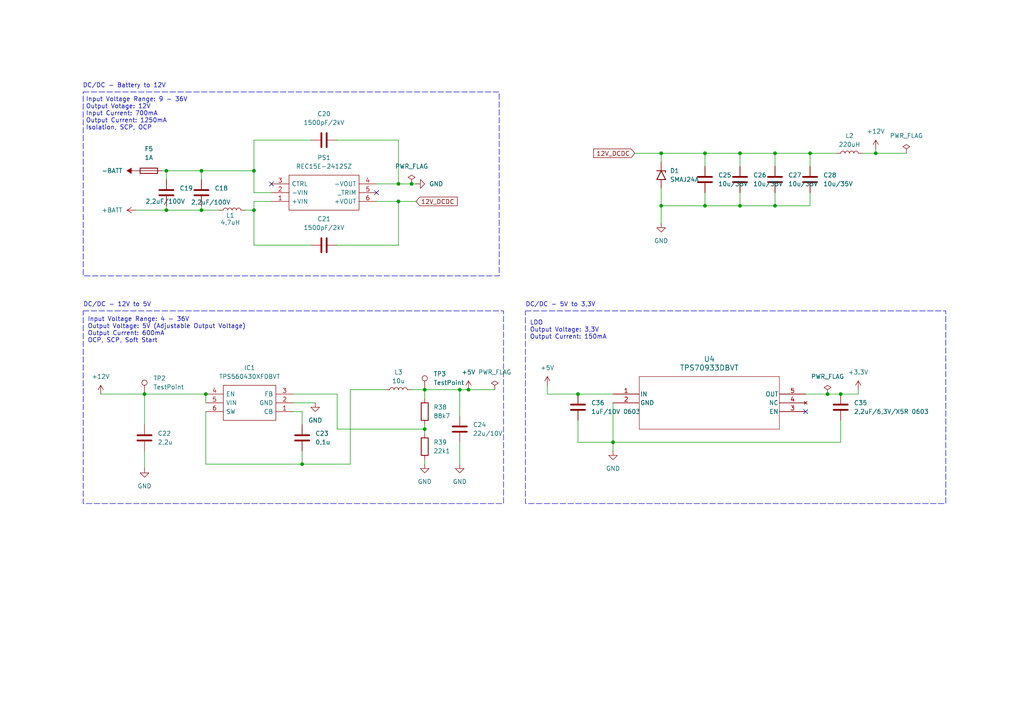
<source format=kicad_sch>
(kicad_sch
	(version 20250114)
	(generator "eeschema")
	(generator_version "9.0")
	(uuid "036542d4-9e43-486d-8c1a-49a5430eebd3")
	(paper "A4")
	(lib_symbols
		(symbol "+3.3V_1"
			(power)
			(pin_numbers
				(hide yes)
			)
			(pin_names
				(offset 0)
				(hide yes)
			)
			(exclude_from_sim no)
			(in_bom yes)
			(on_board yes)
			(property "Reference" "#PWR"
				(at 0 -3.81 0)
				(effects
					(font
						(size 1.27 1.27)
					)
					(hide yes)
				)
			)
			(property "Value" "+3.3V"
				(at 0 3.556 0)
				(effects
					(font
						(size 1.27 1.27)
					)
				)
			)
			(property "Footprint" ""
				(at 0 0 0)
				(effects
					(font
						(size 1.27 1.27)
					)
					(hide yes)
				)
			)
			(property "Datasheet" ""
				(at 0 0 0)
				(effects
					(font
						(size 1.27 1.27)
					)
					(hide yes)
				)
			)
			(property "Description" "Power symbol creates a global label with name \"+3.3V\""
				(at 0 0 0)
				(effects
					(font
						(size 1.27 1.27)
					)
					(hide yes)
				)
			)
			(property "ki_keywords" "global power"
				(at 0 0 0)
				(effects
					(font
						(size 1.27 1.27)
					)
					(hide yes)
				)
			)
			(symbol "+3.3V_1_0_1"
				(polyline
					(pts
						(xy -0.762 1.27) (xy 0 2.54)
					)
					(stroke
						(width 0)
						(type default)
					)
					(fill
						(type none)
					)
				)
				(polyline
					(pts
						(xy 0 2.54) (xy 0.762 1.27)
					)
					(stroke
						(width 0)
						(type default)
					)
					(fill
						(type none)
					)
				)
				(polyline
					(pts
						(xy 0 0) (xy 0 2.54)
					)
					(stroke
						(width 0)
						(type default)
					)
					(fill
						(type none)
					)
				)
			)
			(symbol "+3.3V_1_1_1"
				(pin power_in line
					(at 0 0 90)
					(length 0)
					(name "~"
						(effects
							(font
								(size 1.27 1.27)
							)
						)
					)
					(number "1"
						(effects
							(font
								(size 1.27 1.27)
							)
						)
					)
				)
			)
			(embedded_fonts no)
		)
		(symbol "+5V_1"
			(power)
			(pin_numbers
				(hide yes)
			)
			(pin_names
				(offset 0)
				(hide yes)
			)
			(exclude_from_sim no)
			(in_bom yes)
			(on_board yes)
			(property "Reference" "#PWR"
				(at 0 -3.81 0)
				(effects
					(font
						(size 1.27 1.27)
					)
					(hide yes)
				)
			)
			(property "Value" "+5V"
				(at 0 3.556 0)
				(effects
					(font
						(size 1.27 1.27)
					)
				)
			)
			(property "Footprint" ""
				(at 0 0 0)
				(effects
					(font
						(size 1.27 1.27)
					)
					(hide yes)
				)
			)
			(property "Datasheet" ""
				(at 0 0 0)
				(effects
					(font
						(size 1.27 1.27)
					)
					(hide yes)
				)
			)
			(property "Description" "Power symbol creates a global label with name \"+5V\""
				(at 0 0 0)
				(effects
					(font
						(size 1.27 1.27)
					)
					(hide yes)
				)
			)
			(property "ki_keywords" "global power"
				(at 0 0 0)
				(effects
					(font
						(size 1.27 1.27)
					)
					(hide yes)
				)
			)
			(symbol "+5V_1_0_1"
				(polyline
					(pts
						(xy -0.762 1.27) (xy 0 2.54)
					)
					(stroke
						(width 0)
						(type default)
					)
					(fill
						(type none)
					)
				)
				(polyline
					(pts
						(xy 0 2.54) (xy 0.762 1.27)
					)
					(stroke
						(width 0)
						(type default)
					)
					(fill
						(type none)
					)
				)
				(polyline
					(pts
						(xy 0 0) (xy 0 2.54)
					)
					(stroke
						(width 0)
						(type default)
					)
					(fill
						(type none)
					)
				)
			)
			(symbol "+5V_1_1_1"
				(pin power_in line
					(at 0 0 90)
					(length 0)
					(name "~"
						(effects
							(font
								(size 1.27 1.27)
							)
						)
					)
					(number "1"
						(effects
							(font
								(size 1.27 1.27)
							)
						)
					)
				)
			)
			(embedded_fonts no)
		)
		(symbol "Connector:TestPoint"
			(pin_numbers
				(hide yes)
			)
			(pin_names
				(offset 0.762)
				(hide yes)
			)
			(exclude_from_sim no)
			(in_bom yes)
			(on_board yes)
			(property "Reference" "TP"
				(at 0 6.858 0)
				(effects
					(font
						(size 1.27 1.27)
					)
				)
			)
			(property "Value" "TestPoint"
				(at 0 5.08 0)
				(effects
					(font
						(size 1.27 1.27)
					)
				)
			)
			(property "Footprint" ""
				(at 5.08 0 0)
				(effects
					(font
						(size 1.27 1.27)
					)
					(hide yes)
				)
			)
			(property "Datasheet" "~"
				(at 5.08 0 0)
				(effects
					(font
						(size 1.27 1.27)
					)
					(hide yes)
				)
			)
			(property "Description" "test point"
				(at 0 0 0)
				(effects
					(font
						(size 1.27 1.27)
					)
					(hide yes)
				)
			)
			(property "ki_keywords" "test point tp"
				(at 0 0 0)
				(effects
					(font
						(size 1.27 1.27)
					)
					(hide yes)
				)
			)
			(property "ki_fp_filters" "Pin* Test*"
				(at 0 0 0)
				(effects
					(font
						(size 1.27 1.27)
					)
					(hide yes)
				)
			)
			(symbol "TestPoint_0_1"
				(circle
					(center 0 3.302)
					(radius 0.762)
					(stroke
						(width 0)
						(type default)
					)
					(fill
						(type none)
					)
				)
			)
			(symbol "TestPoint_1_1"
				(pin passive line
					(at 0 0 90)
					(length 2.54)
					(name "1"
						(effects
							(font
								(size 1.27 1.27)
							)
						)
					)
					(number "1"
						(effects
							(font
								(size 1.27 1.27)
							)
						)
					)
				)
			)
			(embedded_fonts no)
		)
		(symbol "Device:C"
			(pin_numbers
				(hide yes)
			)
			(pin_names
				(offset 0.254)
			)
			(exclude_from_sim no)
			(in_bom yes)
			(on_board yes)
			(property "Reference" "C"
				(at 0.635 2.54 0)
				(effects
					(font
						(size 1.27 1.27)
					)
					(justify left)
				)
			)
			(property "Value" "C"
				(at 0.635 -2.54 0)
				(effects
					(font
						(size 1.27 1.27)
					)
					(justify left)
				)
			)
			(property "Footprint" ""
				(at 0.9652 -3.81 0)
				(effects
					(font
						(size 1.27 1.27)
					)
					(hide yes)
				)
			)
			(property "Datasheet" "~"
				(at 0 0 0)
				(effects
					(font
						(size 1.27 1.27)
					)
					(hide yes)
				)
			)
			(property "Description" "Unpolarized capacitor"
				(at 0 0 0)
				(effects
					(font
						(size 1.27 1.27)
					)
					(hide yes)
				)
			)
			(property "ki_keywords" "cap capacitor"
				(at 0 0 0)
				(effects
					(font
						(size 1.27 1.27)
					)
					(hide yes)
				)
			)
			(property "ki_fp_filters" "C_*"
				(at 0 0 0)
				(effects
					(font
						(size 1.27 1.27)
					)
					(hide yes)
				)
			)
			(symbol "C_0_1"
				(polyline
					(pts
						(xy -2.032 0.762) (xy 2.032 0.762)
					)
					(stroke
						(width 0.508)
						(type default)
					)
					(fill
						(type none)
					)
				)
				(polyline
					(pts
						(xy -2.032 -0.762) (xy 2.032 -0.762)
					)
					(stroke
						(width 0.508)
						(type default)
					)
					(fill
						(type none)
					)
				)
			)
			(symbol "C_1_1"
				(pin passive line
					(at 0 3.81 270)
					(length 2.794)
					(name "~"
						(effects
							(font
								(size 1.27 1.27)
							)
						)
					)
					(number "1"
						(effects
							(font
								(size 1.27 1.27)
							)
						)
					)
				)
				(pin passive line
					(at 0 -3.81 90)
					(length 2.794)
					(name "~"
						(effects
							(font
								(size 1.27 1.27)
							)
						)
					)
					(number "2"
						(effects
							(font
								(size 1.27 1.27)
							)
						)
					)
				)
			)
			(embedded_fonts no)
		)
		(symbol "Device:Fuse"
			(pin_numbers
				(hide yes)
			)
			(pin_names
				(offset 0)
			)
			(exclude_from_sim no)
			(in_bom yes)
			(on_board yes)
			(property "Reference" "F"
				(at 2.032 0 90)
				(effects
					(font
						(size 1.27 1.27)
					)
				)
			)
			(property "Value" "Fuse"
				(at -1.905 0 90)
				(effects
					(font
						(size 1.27 1.27)
					)
				)
			)
			(property "Footprint" ""
				(at -1.778 0 90)
				(effects
					(font
						(size 1.27 1.27)
					)
					(hide yes)
				)
			)
			(property "Datasheet" "~"
				(at 0 0 0)
				(effects
					(font
						(size 1.27 1.27)
					)
					(hide yes)
				)
			)
			(property "Description" "Fuse"
				(at 0 0 0)
				(effects
					(font
						(size 1.27 1.27)
					)
					(hide yes)
				)
			)
			(property "ki_keywords" "fuse"
				(at 0 0 0)
				(effects
					(font
						(size 1.27 1.27)
					)
					(hide yes)
				)
			)
			(property "ki_fp_filters" "*Fuse*"
				(at 0 0 0)
				(effects
					(font
						(size 1.27 1.27)
					)
					(hide yes)
				)
			)
			(symbol "Fuse_0_1"
				(rectangle
					(start -0.762 -2.54)
					(end 0.762 2.54)
					(stroke
						(width 0.254)
						(type default)
					)
					(fill
						(type none)
					)
				)
				(polyline
					(pts
						(xy 0 2.54) (xy 0 -2.54)
					)
					(stroke
						(width 0)
						(type default)
					)
					(fill
						(type none)
					)
				)
			)
			(symbol "Fuse_1_1"
				(pin passive line
					(at 0 3.81 270)
					(length 1.27)
					(name "~"
						(effects
							(font
								(size 1.27 1.27)
							)
						)
					)
					(number "1"
						(effects
							(font
								(size 1.27 1.27)
							)
						)
					)
				)
				(pin passive line
					(at 0 -3.81 90)
					(length 1.27)
					(name "~"
						(effects
							(font
								(size 1.27 1.27)
							)
						)
					)
					(number "2"
						(effects
							(font
								(size 1.27 1.27)
							)
						)
					)
				)
			)
			(embedded_fonts no)
		)
		(symbol "Device:L"
			(pin_numbers
				(hide yes)
			)
			(pin_names
				(offset 1.016)
				(hide yes)
			)
			(exclude_from_sim no)
			(in_bom yes)
			(on_board yes)
			(property "Reference" "L"
				(at -1.27 0 90)
				(effects
					(font
						(size 1.27 1.27)
					)
				)
			)
			(property "Value" "L"
				(at 1.905 0 90)
				(effects
					(font
						(size 1.27 1.27)
					)
				)
			)
			(property "Footprint" ""
				(at 0 0 0)
				(effects
					(font
						(size 1.27 1.27)
					)
					(hide yes)
				)
			)
			(property "Datasheet" "~"
				(at 0 0 0)
				(effects
					(font
						(size 1.27 1.27)
					)
					(hide yes)
				)
			)
			(property "Description" "Inductor"
				(at 0 0 0)
				(effects
					(font
						(size 1.27 1.27)
					)
					(hide yes)
				)
			)
			(property "ki_keywords" "inductor choke coil reactor magnetic"
				(at 0 0 0)
				(effects
					(font
						(size 1.27 1.27)
					)
					(hide yes)
				)
			)
			(property "ki_fp_filters" "Choke_* *Coil* Inductor_* L_*"
				(at 0 0 0)
				(effects
					(font
						(size 1.27 1.27)
					)
					(hide yes)
				)
			)
			(symbol "L_0_1"
				(arc
					(start 0 2.54)
					(mid 0.6323 1.905)
					(end 0 1.27)
					(stroke
						(width 0)
						(type default)
					)
					(fill
						(type none)
					)
				)
				(arc
					(start 0 1.27)
					(mid 0.6323 0.635)
					(end 0 0)
					(stroke
						(width 0)
						(type default)
					)
					(fill
						(type none)
					)
				)
				(arc
					(start 0 0)
					(mid 0.6323 -0.635)
					(end 0 -1.27)
					(stroke
						(width 0)
						(type default)
					)
					(fill
						(type none)
					)
				)
				(arc
					(start 0 -1.27)
					(mid 0.6323 -1.905)
					(end 0 -2.54)
					(stroke
						(width 0)
						(type default)
					)
					(fill
						(type none)
					)
				)
			)
			(symbol "L_1_1"
				(pin passive line
					(at 0 3.81 270)
					(length 1.27)
					(name "1"
						(effects
							(font
								(size 1.27 1.27)
							)
						)
					)
					(number "1"
						(effects
							(font
								(size 1.27 1.27)
							)
						)
					)
				)
				(pin passive line
					(at 0 -3.81 90)
					(length 1.27)
					(name "2"
						(effects
							(font
								(size 1.27 1.27)
							)
						)
					)
					(number "2"
						(effects
							(font
								(size 1.27 1.27)
							)
						)
					)
				)
			)
			(embedded_fonts no)
		)
		(symbol "Device:R"
			(pin_numbers
				(hide yes)
			)
			(pin_names
				(offset 0)
			)
			(exclude_from_sim no)
			(in_bom yes)
			(on_board yes)
			(property "Reference" "R"
				(at 2.032 0 90)
				(effects
					(font
						(size 1.27 1.27)
					)
				)
			)
			(property "Value" "R"
				(at 0 0 90)
				(effects
					(font
						(size 1.27 1.27)
					)
				)
			)
			(property "Footprint" ""
				(at -1.778 0 90)
				(effects
					(font
						(size 1.27 1.27)
					)
					(hide yes)
				)
			)
			(property "Datasheet" "~"
				(at 0 0 0)
				(effects
					(font
						(size 1.27 1.27)
					)
					(hide yes)
				)
			)
			(property "Description" "Resistor"
				(at 0 0 0)
				(effects
					(font
						(size 1.27 1.27)
					)
					(hide yes)
				)
			)
			(property "ki_keywords" "R res resistor"
				(at 0 0 0)
				(effects
					(font
						(size 1.27 1.27)
					)
					(hide yes)
				)
			)
			(property "ki_fp_filters" "R_*"
				(at 0 0 0)
				(effects
					(font
						(size 1.27 1.27)
					)
					(hide yes)
				)
			)
			(symbol "R_0_1"
				(rectangle
					(start -1.016 -2.54)
					(end 1.016 2.54)
					(stroke
						(width 0.254)
						(type default)
					)
					(fill
						(type none)
					)
				)
			)
			(symbol "R_1_1"
				(pin passive line
					(at 0 3.81 270)
					(length 1.27)
					(name "~"
						(effects
							(font
								(size 1.27 1.27)
							)
						)
					)
					(number "1"
						(effects
							(font
								(size 1.27 1.27)
							)
						)
					)
				)
				(pin passive line
					(at 0 -3.81 90)
					(length 1.27)
					(name "~"
						(effects
							(font
								(size 1.27 1.27)
							)
						)
					)
					(number "2"
						(effects
							(font
								(size 1.27 1.27)
							)
						)
					)
				)
			)
			(embedded_fonts no)
		)
		(symbol "Diode:SMAJ24A"
			(pin_numbers
				(hide yes)
			)
			(pin_names
				(offset 1.016)
				(hide yes)
			)
			(exclude_from_sim no)
			(in_bom yes)
			(on_board yes)
			(property "Reference" "D"
				(at 0 2.54 0)
				(effects
					(font
						(size 1.27 1.27)
					)
				)
			)
			(property "Value" "SMAJ24A"
				(at 0 -2.54 0)
				(effects
					(font
						(size 1.27 1.27)
					)
				)
			)
			(property "Footprint" "Diode_SMD:D_SMA"
				(at 0 -5.08 0)
				(effects
					(font
						(size 1.27 1.27)
					)
					(hide yes)
				)
			)
			(property "Datasheet" "https://www.littelfuse.com/media?resourcetype=datasheets&itemid=75e32973-b177-4ee3-a0ff-cedaf1abdb93&filename=smaj-datasheet"
				(at -1.27 0 0)
				(effects
					(font
						(size 1.27 1.27)
					)
					(hide yes)
				)
			)
			(property "Description" "400W unidirectional Transient Voltage Suppressor, 24.0Vr, SMA(DO-214AC)"
				(at 0 0 0)
				(effects
					(font
						(size 1.27 1.27)
					)
					(hide yes)
				)
			)
			(property "ki_keywords" "unidirectional diode TVS voltage suppressor"
				(at 0 0 0)
				(effects
					(font
						(size 1.27 1.27)
					)
					(hide yes)
				)
			)
			(property "ki_fp_filters" "D*SMA*"
				(at 0 0 0)
				(effects
					(font
						(size 1.27 1.27)
					)
					(hide yes)
				)
			)
			(symbol "SMAJ24A_0_1"
				(polyline
					(pts
						(xy -0.762 1.27) (xy -1.27 1.27) (xy -1.27 -1.27)
					)
					(stroke
						(width 0.254)
						(type default)
					)
					(fill
						(type none)
					)
				)
				(polyline
					(pts
						(xy 1.27 1.27) (xy 1.27 -1.27) (xy -1.27 0) (xy 1.27 1.27)
					)
					(stroke
						(width 0.254)
						(type default)
					)
					(fill
						(type none)
					)
				)
			)
			(symbol "SMAJ24A_1_1"
				(pin passive line
					(at -3.81 0 0)
					(length 2.54)
					(name "A1"
						(effects
							(font
								(size 1.27 1.27)
							)
						)
					)
					(number "1"
						(effects
							(font
								(size 1.27 1.27)
							)
						)
					)
				)
				(pin passive line
					(at 3.81 0 180)
					(length 2.54)
					(name "A2"
						(effects
							(font
								(size 1.27 1.27)
							)
						)
					)
					(number "2"
						(effects
							(font
								(size 1.27 1.27)
							)
						)
					)
				)
			)
			(embedded_fonts no)
		)
		(symbol "REC15E-2412SZ:REC15E-2412SZ"
			(pin_names
				(offset 0.762)
			)
			(exclude_from_sim no)
			(in_bom yes)
			(on_board yes)
			(property "Reference" "PS"
				(at 26.67 7.62 0)
				(effects
					(font
						(size 1.27 1.27)
					)
					(justify left)
				)
			)
			(property "Value" "REC15E-2412SZ"
				(at 26.67 5.08 0)
				(effects
					(font
						(size 1.27 1.27)
					)
					(justify left)
				)
			)
			(property "Footprint" "REC15E2412SZ"
				(at 26.67 2.54 0)
				(effects
					(font
						(size 1.27 1.27)
					)
					(justify left)
					(hide yes)
				)
			)
			(property "Datasheet" "https://g.recomcdn.com/media/Datasheet/pdf/.fX2aue-W/.tb5cc79728e7bdacded41/Datasheet-81/REC15E-Z.pdf"
				(at 26.67 0 0)
				(effects
					(font
						(size 1.27 1.27)
					)
					(justify left)
					(hide yes)
				)
			)
			(property "Description" "Isolated Module DC DC Converter 1 Output 12V 1.25A 9V - 36V Input"
				(at 0 0 0)
				(effects
					(font
						(size 1.27 1.27)
					)
					(hide yes)
				)
			)
			(property "Description_1" "Isolated Module DC DC Converter 1 Output 12V 1.25A 9V - 36V Input"
				(at 26.67 -2.54 0)
				(effects
					(font
						(size 1.27 1.27)
					)
					(justify left)
					(hide yes)
				)
			)
			(property "Height" "10.5"
				(at 26.67 -5.08 0)
				(effects
					(font
						(size 1.27 1.27)
					)
					(justify left)
					(hide yes)
				)
			)
			(property "Mouser Part Number" "919-REC15E-2412SZ"
				(at 26.67 -7.62 0)
				(effects
					(font
						(size 1.27 1.27)
					)
					(justify left)
					(hide yes)
				)
			)
			(property "Mouser Price/Stock" "https://www.mouser.co.uk/ProductDetail/RECOM-Power/REC15E-2412SZ?qs=lc2O%252BfHJPVaB%252BhHbKF22Hg%3D%3D"
				(at 26.67 -10.16 0)
				(effects
					(font
						(size 1.27 1.27)
					)
					(justify left)
					(hide yes)
				)
			)
			(property "Manufacturer_Name" "RECOM Power"
				(at 26.67 -12.7 0)
				(effects
					(font
						(size 1.27 1.27)
					)
					(justify left)
					(hide yes)
				)
			)
			(property "Manufacturer_Part_Number" "REC15E-2412SZ"
				(at 26.67 -15.24 0)
				(effects
					(font
						(size 1.27 1.27)
					)
					(justify left)
					(hide yes)
				)
			)
			(symbol "REC15E-2412SZ_0_0"
				(pin passive line
					(at 0 0 0)
					(length 5.08)
					(name "CTRL"
						(effects
							(font
								(size 1.27 1.27)
							)
						)
					)
					(number "3"
						(effects
							(font
								(size 1.27 1.27)
							)
						)
					)
				)
				(pin passive line
					(at 0 -2.54 0)
					(length 5.08)
					(name "-VIN"
						(effects
							(font
								(size 1.27 1.27)
							)
						)
					)
					(number "2"
						(effects
							(font
								(size 1.27 1.27)
							)
						)
					)
				)
				(pin passive line
					(at 0 -5.08 0)
					(length 5.08)
					(name "+VIN"
						(effects
							(font
								(size 1.27 1.27)
							)
						)
					)
					(number "1"
						(effects
							(font
								(size 1.27 1.27)
							)
						)
					)
				)
				(pin passive line
					(at 30.48 0 180)
					(length 5.08)
					(name "-VOUT"
						(effects
							(font
								(size 1.27 1.27)
							)
						)
					)
					(number "4"
						(effects
							(font
								(size 1.27 1.27)
							)
						)
					)
				)
				(pin passive line
					(at 30.48 -2.54 180)
					(length 5.08)
					(name "_TRIM"
						(effects
							(font
								(size 1.27 1.27)
							)
						)
					)
					(number "5"
						(effects
							(font
								(size 1.27 1.27)
							)
						)
					)
				)
				(pin passive line
					(at 30.48 -5.08 180)
					(length 5.08)
					(name "+VOUT"
						(effects
							(font
								(size 1.27 1.27)
							)
						)
					)
					(number "6"
						(effects
							(font
								(size 1.27 1.27)
							)
						)
					)
				)
			)
			(symbol "REC15E-2412SZ_0_1"
				(polyline
					(pts
						(xy 5.08 2.54) (xy 25.4 2.54) (xy 25.4 -7.62) (xy 5.08 -7.62) (xy 5.08 2.54)
					)
					(stroke
						(width 0.1524)
						(type solid)
					)
					(fill
						(type none)
					)
				)
			)
			(embedded_fonts no)
		)
		(symbol "TPS560430XFDBVT:TPS560430XFDBVT"
			(pin_names
				(offset 0.762)
			)
			(exclude_from_sim no)
			(in_bom yes)
			(on_board yes)
			(property "Reference" "IC"
				(at 21.59 7.62 0)
				(effects
					(font
						(size 1.27 1.27)
					)
					(justify left)
				)
			)
			(property "Value" "TPS560430XFDBVT"
				(at 21.59 5.08 0)
				(effects
					(font
						(size 1.27 1.27)
					)
					(justify left)
				)
			)
			(property "Footprint" "SOT95P280X145-6N"
				(at 21.59 2.54 0)
				(effects
					(font
						(size 1.27 1.27)
					)
					(justify left)
					(hide yes)
				)
			)
			(property "Datasheet" "http://www.ti.com/lit/gpn/tps560430"
				(at 21.59 0 0)
				(effects
					(font
						(size 1.27 1.27)
					)
					(justify left)
					(hide yes)
				)
			)
			(property "Description" "SIMPLE SWITCHER 36-V, 600-mA Buck Regulator With High-Efficiency Sleep Mode"
				(at 0 0 0)
				(effects
					(font
						(size 1.27 1.27)
					)
					(hide yes)
				)
			)
			(property "Description_1" "SIMPLE SWITCHER 36-V, 600-mA Buck Regulator With High-Efficiency Sleep Mode"
				(at 21.59 -2.54 0)
				(effects
					(font
						(size 1.27 1.27)
					)
					(justify left)
					(hide yes)
				)
			)
			(property "Height" "1.45"
				(at 21.59 -5.08 0)
				(effects
					(font
						(size 1.27 1.27)
					)
					(justify left)
					(hide yes)
				)
			)
			(property "Mouser Part Number" "595-TPS560430XFDBVT"
				(at 21.59 -7.62 0)
				(effects
					(font
						(size 1.27 1.27)
					)
					(justify left)
					(hide yes)
				)
			)
			(property "Mouser Price/Stock" "https://www.mouser.co.uk/ProductDetail/Texas-Instruments/TPS560430XFDBVT?qs=y6ZabgHbY%252ByMeZF67fh2Bg%3D%3D"
				(at 21.59 -10.16 0)
				(effects
					(font
						(size 1.27 1.27)
					)
					(justify left)
					(hide yes)
				)
			)
			(property "Manufacturer_Name" "Texas Instruments"
				(at 21.59 -12.7 0)
				(effects
					(font
						(size 1.27 1.27)
					)
					(justify left)
					(hide yes)
				)
			)
			(property "Manufacturer_Part_Number" "TPS560430XFDBVT"
				(at 21.59 -15.24 0)
				(effects
					(font
						(size 1.27 1.27)
					)
					(justify left)
					(hide yes)
				)
			)
			(symbol "TPS560430XFDBVT_0_0"
				(pin passive line
					(at 0 0 0)
					(length 5.08)
					(name "CB"
						(effects
							(font
								(size 1.27 1.27)
							)
						)
					)
					(number "1"
						(effects
							(font
								(size 1.27 1.27)
							)
						)
					)
				)
				(pin passive line
					(at 0 -2.54 0)
					(length 5.08)
					(name "GND"
						(effects
							(font
								(size 1.27 1.27)
							)
						)
					)
					(number "2"
						(effects
							(font
								(size 1.27 1.27)
							)
						)
					)
				)
				(pin passive line
					(at 0 -5.08 0)
					(length 5.08)
					(name "FB"
						(effects
							(font
								(size 1.27 1.27)
							)
						)
					)
					(number "3"
						(effects
							(font
								(size 1.27 1.27)
							)
						)
					)
				)
				(pin passive line
					(at 25.4 0 180)
					(length 5.08)
					(name "SW"
						(effects
							(font
								(size 1.27 1.27)
							)
						)
					)
					(number "6"
						(effects
							(font
								(size 1.27 1.27)
							)
						)
					)
				)
				(pin passive line
					(at 25.4 -2.54 180)
					(length 5.08)
					(name "VIN"
						(effects
							(font
								(size 1.27 1.27)
							)
						)
					)
					(number "5"
						(effects
							(font
								(size 1.27 1.27)
							)
						)
					)
				)
				(pin passive line
					(at 25.4 -5.08 180)
					(length 5.08)
					(name "EN"
						(effects
							(font
								(size 1.27 1.27)
							)
						)
					)
					(number "4"
						(effects
							(font
								(size 1.27 1.27)
							)
						)
					)
				)
			)
			(symbol "TPS560430XFDBVT_0_1"
				(polyline
					(pts
						(xy 5.08 2.54) (xy 20.32 2.54) (xy 20.32 -7.62) (xy 5.08 -7.62) (xy 5.08 2.54)
					)
					(stroke
						(width 0.1524)
						(type solid)
					)
					(fill
						(type none)
					)
				)
			)
			(embedded_fonts no)
		)
		(symbol "TPS70933DBVT:TPS70933DBVT"
			(pin_names
				(offset 0.254)
			)
			(exclude_from_sim no)
			(in_bom yes)
			(on_board yes)
			(property "Reference" "U4"
				(at 27.94 10.16 0)
				(effects
					(font
						(size 1.524 1.524)
					)
				)
			)
			(property "Value" "TPS70933DBVT"
				(at 27.94 7.62 0)
				(effects
					(font
						(size 1.524 1.524)
					)
				)
			)
			(property "Footprint" "DBV5_TEX"
				(at 0 0 0)
				(effects
					(font
						(size 1.27 1.27)
						(italic yes)
					)
					(hide yes)
				)
			)
			(property "Datasheet" "TPS70933DBVT"
				(at 0 0 0)
				(effects
					(font
						(size 1.27 1.27)
						(italic yes)
					)
					(hide yes)
				)
			)
			(property "Description" ""
				(at 0 0 0)
				(effects
					(font
						(size 1.27 1.27)
					)
					(hide yes)
				)
			)
			(property "ki_locked" ""
				(at 0 0 0)
				(effects
					(font
						(size 1.27 1.27)
					)
				)
			)
			(property "ki_keywords" "TPS70933DBVT"
				(at 0 0 0)
				(effects
					(font
						(size 1.27 1.27)
					)
					(hide yes)
				)
			)
			(property "ki_fp_filters" "DBV5_TEX DBV5_TEX-M DBV5_TEX-L"
				(at 0 0 0)
				(effects
					(font
						(size 1.27 1.27)
					)
					(hide yes)
				)
			)
			(symbol "TPS70933DBVT_0_1"
				(polyline
					(pts
						(xy 7.62 5.08) (xy 7.62 -10.16)
					)
					(stroke
						(width 0.127)
						(type default)
					)
					(fill
						(type none)
					)
				)
				(polyline
					(pts
						(xy 7.62 -10.16) (xy 48.26 -10.16)
					)
					(stroke
						(width 0.127)
						(type default)
					)
					(fill
						(type none)
					)
				)
				(polyline
					(pts
						(xy 48.26 5.08) (xy 7.62 5.08)
					)
					(stroke
						(width 0.127)
						(type default)
					)
					(fill
						(type none)
					)
				)
				(polyline
					(pts
						(xy 48.26 -10.16) (xy 48.26 5.08)
					)
					(stroke
						(width 0.127)
						(type default)
					)
					(fill
						(type none)
					)
				)
				(pin input line
					(at 0 0 0)
					(length 7.62)
					(name "IN"
						(effects
							(font
								(size 1.27 1.27)
							)
						)
					)
					(number "1"
						(effects
							(font
								(size 1.27 1.27)
							)
						)
					)
				)
				(pin power_in line
					(at 0 -2.54 0)
					(length 7.62)
					(name "GND"
						(effects
							(font
								(size 1.27 1.27)
							)
						)
					)
					(number "2"
						(effects
							(font
								(size 1.27 1.27)
							)
						)
					)
				)
				(pin input line
					(at 55.88 0 180)
					(length 7.62)
					(name "OUT"
						(effects
							(font
								(size 1.27 1.27)
							)
						)
					)
					(number "5"
						(effects
							(font
								(size 1.27 1.27)
							)
						)
					)
				)
				(pin no_connect line
					(at 55.88 -2.54 180)
					(length 7.62)
					(name "NC"
						(effects
							(font
								(size 1.27 1.27)
							)
						)
					)
					(number "4"
						(effects
							(font
								(size 1.27 1.27)
							)
						)
					)
				)
				(pin unspecified line
					(at 55.88 -5.08 180)
					(length 7.62)
					(name "EN"
						(effects
							(font
								(size 1.27 1.27)
							)
						)
					)
					(number "3"
						(effects
							(font
								(size 1.27 1.27)
							)
						)
					)
				)
			)
			(embedded_fonts no)
		)
		(symbol "power:+12V"
			(power)
			(pin_numbers
				(hide yes)
			)
			(pin_names
				(offset 0)
				(hide yes)
			)
			(exclude_from_sim no)
			(in_bom yes)
			(on_board yes)
			(property "Reference" "#PWR"
				(at 0 -3.81 0)
				(effects
					(font
						(size 1.27 1.27)
					)
					(hide yes)
				)
			)
			(property "Value" "+12V"
				(at 0 3.556 0)
				(effects
					(font
						(size 1.27 1.27)
					)
				)
			)
			(property "Footprint" ""
				(at 0 0 0)
				(effects
					(font
						(size 1.27 1.27)
					)
					(hide yes)
				)
			)
			(property "Datasheet" ""
				(at 0 0 0)
				(effects
					(font
						(size 1.27 1.27)
					)
					(hide yes)
				)
			)
			(property "Description" "Power symbol creates a global label with name \"+12V\""
				(at 0 0 0)
				(effects
					(font
						(size 1.27 1.27)
					)
					(hide yes)
				)
			)
			(property "ki_keywords" "global power"
				(at 0 0 0)
				(effects
					(font
						(size 1.27 1.27)
					)
					(hide yes)
				)
			)
			(symbol "+12V_0_1"
				(polyline
					(pts
						(xy -0.762 1.27) (xy 0 2.54)
					)
					(stroke
						(width 0)
						(type default)
					)
					(fill
						(type none)
					)
				)
				(polyline
					(pts
						(xy 0 2.54) (xy 0.762 1.27)
					)
					(stroke
						(width 0)
						(type default)
					)
					(fill
						(type none)
					)
				)
				(polyline
					(pts
						(xy 0 0) (xy 0 2.54)
					)
					(stroke
						(width 0)
						(type default)
					)
					(fill
						(type none)
					)
				)
			)
			(symbol "+12V_1_1"
				(pin power_in line
					(at 0 0 90)
					(length 0)
					(name "~"
						(effects
							(font
								(size 1.27 1.27)
							)
						)
					)
					(number "1"
						(effects
							(font
								(size 1.27 1.27)
							)
						)
					)
				)
			)
			(embedded_fonts no)
		)
		(symbol "power:+5V"
			(power)
			(pin_numbers
				(hide yes)
			)
			(pin_names
				(offset 0)
				(hide yes)
			)
			(exclude_from_sim no)
			(in_bom yes)
			(on_board yes)
			(property "Reference" "#PWR"
				(at 0 -3.81 0)
				(effects
					(font
						(size 1.27 1.27)
					)
					(hide yes)
				)
			)
			(property "Value" "+5V"
				(at 0 3.556 0)
				(effects
					(font
						(size 1.27 1.27)
					)
				)
			)
			(property "Footprint" ""
				(at 0 0 0)
				(effects
					(font
						(size 1.27 1.27)
					)
					(hide yes)
				)
			)
			(property "Datasheet" ""
				(at 0 0 0)
				(effects
					(font
						(size 1.27 1.27)
					)
					(hide yes)
				)
			)
			(property "Description" "Power symbol creates a global label with name \"+5V\""
				(at 0 0 0)
				(effects
					(font
						(size 1.27 1.27)
					)
					(hide yes)
				)
			)
			(property "ki_keywords" "global power"
				(at 0 0 0)
				(effects
					(font
						(size 1.27 1.27)
					)
					(hide yes)
				)
			)
			(symbol "+5V_0_1"
				(polyline
					(pts
						(xy -0.762 1.27) (xy 0 2.54)
					)
					(stroke
						(width 0)
						(type default)
					)
					(fill
						(type none)
					)
				)
				(polyline
					(pts
						(xy 0 2.54) (xy 0.762 1.27)
					)
					(stroke
						(width 0)
						(type default)
					)
					(fill
						(type none)
					)
				)
				(polyline
					(pts
						(xy 0 0) (xy 0 2.54)
					)
					(stroke
						(width 0)
						(type default)
					)
					(fill
						(type none)
					)
				)
			)
			(symbol "+5V_1_1"
				(pin power_in line
					(at 0 0 90)
					(length 0)
					(name "~"
						(effects
							(font
								(size 1.27 1.27)
							)
						)
					)
					(number "1"
						(effects
							(font
								(size 1.27 1.27)
							)
						)
					)
				)
			)
			(embedded_fonts no)
		)
		(symbol "power:+BATT"
			(power)
			(pin_numbers
				(hide yes)
			)
			(pin_names
				(offset 0)
				(hide yes)
			)
			(exclude_from_sim no)
			(in_bom yes)
			(on_board yes)
			(property "Reference" "#PWR"
				(at 0 -3.81 0)
				(effects
					(font
						(size 1.27 1.27)
					)
					(hide yes)
				)
			)
			(property "Value" "+BATT"
				(at 0 3.556 0)
				(effects
					(font
						(size 1.27 1.27)
					)
				)
			)
			(property "Footprint" ""
				(at 0 0 0)
				(effects
					(font
						(size 1.27 1.27)
					)
					(hide yes)
				)
			)
			(property "Datasheet" ""
				(at 0 0 0)
				(effects
					(font
						(size 1.27 1.27)
					)
					(hide yes)
				)
			)
			(property "Description" "Power symbol creates a global label with name \"+BATT\""
				(at 0 0 0)
				(effects
					(font
						(size 1.27 1.27)
					)
					(hide yes)
				)
			)
			(property "ki_keywords" "global power battery"
				(at 0 0 0)
				(effects
					(font
						(size 1.27 1.27)
					)
					(hide yes)
				)
			)
			(symbol "+BATT_0_1"
				(polyline
					(pts
						(xy -0.762 1.27) (xy 0 2.54)
					)
					(stroke
						(width 0)
						(type default)
					)
					(fill
						(type none)
					)
				)
				(polyline
					(pts
						(xy 0 2.54) (xy 0.762 1.27)
					)
					(stroke
						(width 0)
						(type default)
					)
					(fill
						(type none)
					)
				)
				(polyline
					(pts
						(xy 0 0) (xy 0 2.54)
					)
					(stroke
						(width 0)
						(type default)
					)
					(fill
						(type none)
					)
				)
			)
			(symbol "+BATT_1_1"
				(pin power_in line
					(at 0 0 90)
					(length 0)
					(name "~"
						(effects
							(font
								(size 1.27 1.27)
							)
						)
					)
					(number "1"
						(effects
							(font
								(size 1.27 1.27)
							)
						)
					)
				)
			)
			(embedded_fonts no)
		)
		(symbol "power:-BATT"
			(power)
			(pin_numbers
				(hide yes)
			)
			(pin_names
				(offset 0)
				(hide yes)
			)
			(exclude_from_sim no)
			(in_bom yes)
			(on_board yes)
			(property "Reference" "#PWR"
				(at 0 -3.81 0)
				(effects
					(font
						(size 1.27 1.27)
					)
					(hide yes)
				)
			)
			(property "Value" "-BATT"
				(at 0 3.556 0)
				(effects
					(font
						(size 1.27 1.27)
					)
				)
			)
			(property "Footprint" ""
				(at 0 0 0)
				(effects
					(font
						(size 1.27 1.27)
					)
					(hide yes)
				)
			)
			(property "Datasheet" ""
				(at 0 0 0)
				(effects
					(font
						(size 1.27 1.27)
					)
					(hide yes)
				)
			)
			(property "Description" "Power symbol creates a global label with name \"-BATT\""
				(at 0 0 0)
				(effects
					(font
						(size 1.27 1.27)
					)
					(hide yes)
				)
			)
			(property "ki_keywords" "global power battery"
				(at 0 0 0)
				(effects
					(font
						(size 1.27 1.27)
					)
					(hide yes)
				)
			)
			(symbol "-BATT_0_1"
				(polyline
					(pts
						(xy 0 0) (xy 0 2.54)
					)
					(stroke
						(width 0)
						(type default)
					)
					(fill
						(type none)
					)
				)
				(polyline
					(pts
						(xy 0.762 1.27) (xy -0.762 1.27) (xy 0 2.54) (xy 0.762 1.27)
					)
					(stroke
						(width 0)
						(type default)
					)
					(fill
						(type outline)
					)
				)
			)
			(symbol "-BATT_1_1"
				(pin power_in line
					(at 0 0 90)
					(length 0)
					(name "~"
						(effects
							(font
								(size 1.27 1.27)
							)
						)
					)
					(number "1"
						(effects
							(font
								(size 1.27 1.27)
							)
						)
					)
				)
			)
			(embedded_fonts no)
		)
		(symbol "power:GND"
			(power)
			(pin_numbers
				(hide yes)
			)
			(pin_names
				(offset 0)
				(hide yes)
			)
			(exclude_from_sim no)
			(in_bom yes)
			(on_board yes)
			(property "Reference" "#PWR"
				(at 0 -6.35 0)
				(effects
					(font
						(size 1.27 1.27)
					)
					(hide yes)
				)
			)
			(property "Value" "GND"
				(at 0 -3.81 0)
				(effects
					(font
						(size 1.27 1.27)
					)
				)
			)
			(property "Footprint" ""
				(at 0 0 0)
				(effects
					(font
						(size 1.27 1.27)
					)
					(hide yes)
				)
			)
			(property "Datasheet" ""
				(at 0 0 0)
				(effects
					(font
						(size 1.27 1.27)
					)
					(hide yes)
				)
			)
			(property "Description" "Power symbol creates a global label with name \"GND\" , ground"
				(at 0 0 0)
				(effects
					(font
						(size 1.27 1.27)
					)
					(hide yes)
				)
			)
			(property "ki_keywords" "global power"
				(at 0 0 0)
				(effects
					(font
						(size 1.27 1.27)
					)
					(hide yes)
				)
			)
			(symbol "GND_0_1"
				(polyline
					(pts
						(xy 0 0) (xy 0 -1.27) (xy 1.27 -1.27) (xy 0 -2.54) (xy -1.27 -1.27) (xy 0 -1.27)
					)
					(stroke
						(width 0)
						(type default)
					)
					(fill
						(type none)
					)
				)
			)
			(symbol "GND_1_1"
				(pin power_in line
					(at 0 0 270)
					(length 0)
					(name "~"
						(effects
							(font
								(size 1.27 1.27)
							)
						)
					)
					(number "1"
						(effects
							(font
								(size 1.27 1.27)
							)
						)
					)
				)
			)
			(embedded_fonts no)
		)
		(symbol "power:PWR_FLAG"
			(power)
			(pin_numbers
				(hide yes)
			)
			(pin_names
				(offset 0)
				(hide yes)
			)
			(exclude_from_sim no)
			(in_bom yes)
			(on_board yes)
			(property "Reference" "#FLG"
				(at 0 1.905 0)
				(effects
					(font
						(size 1.27 1.27)
					)
					(hide yes)
				)
			)
			(property "Value" "PWR_FLAG"
				(at 0 3.81 0)
				(effects
					(font
						(size 1.27 1.27)
					)
				)
			)
			(property "Footprint" ""
				(at 0 0 0)
				(effects
					(font
						(size 1.27 1.27)
					)
					(hide yes)
				)
			)
			(property "Datasheet" "~"
				(at 0 0 0)
				(effects
					(font
						(size 1.27 1.27)
					)
					(hide yes)
				)
			)
			(property "Description" "Special symbol for telling ERC where power comes from"
				(at 0 0 0)
				(effects
					(font
						(size 1.27 1.27)
					)
					(hide yes)
				)
			)
			(property "ki_keywords" "flag power"
				(at 0 0 0)
				(effects
					(font
						(size 1.27 1.27)
					)
					(hide yes)
				)
			)
			(symbol "PWR_FLAG_0_0"
				(pin power_out line
					(at 0 0 90)
					(length 0)
					(name "~"
						(effects
							(font
								(size 1.27 1.27)
							)
						)
					)
					(number "1"
						(effects
							(font
								(size 1.27 1.27)
							)
						)
					)
				)
			)
			(symbol "PWR_FLAG_0_1"
				(polyline
					(pts
						(xy 0 0) (xy 0 1.27) (xy -1.016 1.905) (xy 0 2.54) (xy 1.016 1.905) (xy 0 1.27)
					)
					(stroke
						(width 0)
						(type default)
					)
					(fill
						(type none)
					)
				)
			)
			(embedded_fonts no)
		)
	)
	(text "Input Voltage Range: 4 - 36V\nOutput Voltage: 5V (Adjustable Output Voltage)\nOutput Current: 600mA\nOCP, SCP, Soft Start"
		(exclude_from_sim no)
		(at 25.4 95.758 0)
		(effects
			(font
				(size 1.27 1.27)
			)
			(justify left)
		)
		(uuid "006fc76d-d612-42ce-b415-9117aa2af63e")
	)
	(text "DC/DC - Battery to 12V"
		(exclude_from_sim no)
		(at 36.068 24.892 0)
		(effects
			(font
				(size 1.27 1.27)
			)
		)
		(uuid "712641b4-14e8-4742-badc-bd6d234ad876")
	)
	(text "DC/DC - 12V to 5V\n"
		(exclude_from_sim no)
		(at 24.13 88.392 0)
		(effects
			(font
				(size 1.27 1.27)
			)
			(justify left)
		)
		(uuid "7f2ed7cc-4670-413e-8a25-36d02f99c5e3")
	)
	(text "LDO\nOutput Voltage: 3,3V\nOutput Current: 150mA\n"
		(exclude_from_sim no)
		(at 153.67 95.758 0)
		(effects
			(font
				(size 1.27 1.27)
			)
			(justify left)
		)
		(uuid "a3aca8ff-f4c5-46f0-92b3-bc7f0a587247")
	)
	(text "Input Voltage Range: 9 - 36V\nOutput Votage: 12V\nInput Current: 700mA\nOutput Current: 1250mA\nIsolation, SCP, OCP\n"
		(exclude_from_sim no)
		(at 24.892 33.02 0)
		(effects
			(font
				(size 1.27 1.27)
			)
			(justify left)
		)
		(uuid "b0884c28-d655-48bc-bb9f-5c4d98e8c58a")
	)
	(text "DC/DC - 5V to 3,3V\n"
		(exclude_from_sim no)
		(at 152.4 88.392 0)
		(effects
			(font
				(size 1.27 1.27)
			)
			(justify left)
		)
		(uuid "f6045173-6d15-4124-8ac0-3d974c6ca3ed")
	)
	(text_box ""
		(exclude_from_sim no)
		(at 24.13 90.17 0)
		(size 121.92 55.88)
		(margins 0.9525 0.9525 0.9525 0.9525)
		(stroke
			(width 0)
			(type dash)
		)
		(fill
			(type none)
		)
		(effects
			(font
				(size 1.27 1.27)
			)
			(justify left top)
		)
		(uuid "3d0041ef-7537-4be1-99fa-fc91bedf7015")
	)
	(text_box ""
		(exclude_from_sim no)
		(at 152.4 90.17 0)
		(size 121.92 55.88)
		(margins 0.9525 0.9525 0.9525 0.9525)
		(stroke
			(width 0)
			(type dash)
		)
		(fill
			(type none)
		)
		(effects
			(font
				(size 1.27 1.27)
			)
			(justify left top)
		)
		(uuid "c0d4f3a7-4b92-432f-ad50-48ae2eb28e2b")
	)
	(text_box "\n"
		(exclude_from_sim no)
		(at 24.13 26.67 0)
		(size 120.65 53.34)
		(margins 0.9525 0.9525 0.9525 0.9525)
		(stroke
			(width 0)
			(type dash)
		)
		(fill
			(type none)
		)
		(effects
			(font
				(size 1.27 1.27)
			)
			(justify left top)
		)
		(uuid "f1d79fec-9f9a-4873-a612-73c7911d417b")
	)
	(junction
		(at 214.63 44.45)
		(diameter 0)
		(color 0 0 0 0)
		(uuid "0b81b97a-5135-4698-b277-1626760e6b31")
	)
	(junction
		(at 115.57 53.34)
		(diameter 0)
		(color 0 0 0 0)
		(uuid "1d454fea-4e49-4468-831c-92fc7dc14926")
	)
	(junction
		(at 73.66 60.96)
		(diameter 0)
		(color 0 0 0 0)
		(uuid "1e59a43e-87cc-4b43-a82c-da4e5386ec33")
	)
	(junction
		(at 177.8 128.27)
		(diameter 0)
		(color 0 0 0 0)
		(uuid "2989fc32-ac35-443f-bf58-e8b87f705bd7")
	)
	(junction
		(at 133.35 113.03)
		(diameter 0)
		(color 0 0 0 0)
		(uuid "2ee4eee0-015a-4d17-adce-7ca2bbf973af")
	)
	(junction
		(at 123.19 113.03)
		(diameter 0)
		(color 0 0 0 0)
		(uuid "32747b24-2c80-4c2e-9316-85b9583bf4c1")
	)
	(junction
		(at 167.64 114.3)
		(diameter 0)
		(color 0 0 0 0)
		(uuid "41c81a40-18cb-4f1d-8826-76d98d986021")
	)
	(junction
		(at 191.77 44.45)
		(diameter 0)
		(color 0 0 0 0)
		(uuid "41d325ca-a16f-4e4b-b9ea-1c2687a2154e")
	)
	(junction
		(at 73.66 49.53)
		(diameter 0)
		(color 0 0 0 0)
		(uuid "4d4ae066-dd2a-428a-b074-52ac9146ab1d")
	)
	(junction
		(at 191.77 59.69)
		(diameter 0)
		(color 0 0 0 0)
		(uuid "4e703aca-24fa-4337-b4a4-58b1302ea28f")
	)
	(junction
		(at 115.57 58.42)
		(diameter 0)
		(color 0 0 0 0)
		(uuid "5e2eab56-7b2e-4286-8279-e6d502717fcd")
	)
	(junction
		(at 240.03 114.3)
		(diameter 0)
		(color 0 0 0 0)
		(uuid "69258d02-744b-4a2f-936e-3061a7b390d7")
	)
	(junction
		(at 48.26 60.96)
		(diameter 0)
		(color 0 0 0 0)
		(uuid "6d9cd4c6-4dfb-47b3-a934-5babbe53dedf")
	)
	(junction
		(at 224.79 44.45)
		(diameter 0)
		(color 0 0 0 0)
		(uuid "6f9e0201-f43a-45a2-9009-3fe5fba00f13")
	)
	(junction
		(at 204.47 59.69)
		(diameter 0)
		(color 0 0 0 0)
		(uuid "6fc1c8e2-a4c7-4c21-a195-d4557a772724")
	)
	(junction
		(at 214.63 59.69)
		(diameter 0)
		(color 0 0 0 0)
		(uuid "71ad0b39-c1ba-4c23-a987-857fa8095b8d")
	)
	(junction
		(at 123.19 124.46)
		(diameter 0)
		(color 0 0 0 0)
		(uuid "7289fe28-1797-4478-9b2c-9e0d37910536")
	)
	(junction
		(at 204.47 44.45)
		(diameter 0)
		(color 0 0 0 0)
		(uuid "76b65b97-dd2a-46d8-bf0f-5119696f0d21")
	)
	(junction
		(at 58.42 60.96)
		(diameter 0)
		(color 0 0 0 0)
		(uuid "78254ca1-45fe-4864-a671-c751937d31d0")
	)
	(junction
		(at 87.63 134.62)
		(diameter 0)
		(color 0 0 0 0)
		(uuid "9043ce91-dc42-49a8-838c-d86ec5a98c09")
	)
	(junction
		(at 58.42 49.53)
		(diameter 0)
		(color 0 0 0 0)
		(uuid "92220030-1bf5-4a4a-9647-cef5199e58f0")
	)
	(junction
		(at 48.26 49.53)
		(diameter 0)
		(color 0 0 0 0)
		(uuid "9cb6e6a3-1821-4b30-8f82-5828f70ffc4e")
	)
	(junction
		(at 254 44.45)
		(diameter 0)
		(color 0 0 0 0)
		(uuid "a60b73ae-1c6c-403e-aaaa-4441770def6c")
	)
	(junction
		(at 41.91 114.3)
		(diameter 0)
		(color 0 0 0 0)
		(uuid "cb7cbe56-e93d-482f-9674-fb60e4c2995e")
	)
	(junction
		(at 119.38 53.34)
		(diameter 0)
		(color 0 0 0 0)
		(uuid "d1b4d14b-c498-4cab-8e14-e18084a4b690")
	)
	(junction
		(at 243.84 114.3)
		(diameter 0)
		(color 0 0 0 0)
		(uuid "d29762f6-4678-490e-88ff-1434ebc56dd7")
	)
	(junction
		(at 234.95 44.45)
		(diameter 0)
		(color 0 0 0 0)
		(uuid "e2177503-f9d1-46ea-b88b-871ae23bfea9")
	)
	(junction
		(at 135.89 113.03)
		(diameter 0)
		(color 0 0 0 0)
		(uuid "eb308748-6ecb-4ea6-91ba-1c62f5abdb43")
	)
	(junction
		(at 224.79 59.69)
		(diameter 0)
		(color 0 0 0 0)
		(uuid "ef63fcad-620d-425a-be01-64607aa38a88")
	)
	(junction
		(at 59.69 114.3)
		(diameter 0)
		(color 0 0 0 0)
		(uuid "fbbc37e9-66df-466b-bdd7-7d7cc6d604c8")
	)
	(no_connect
		(at 233.68 119.38)
		(uuid "0ec4434a-3b76-40ba-a9dd-d7aaf2a724d7")
	)
	(no_connect
		(at 109.22 55.88)
		(uuid "cc6589cd-a4f0-426b-9f0f-194301c06dc6")
	)
	(no_connect
		(at 78.74 53.34)
		(uuid "d08c7d71-1e7a-4a6a-bafa-bb9c7a377e02")
	)
	(wire
		(pts
			(xy 214.63 44.45) (xy 224.79 44.45)
		)
		(stroke
			(width 0)
			(type default)
		)
		(uuid "036f907a-6797-4497-830d-bef530000a92")
	)
	(wire
		(pts
			(xy 167.64 128.27) (xy 177.8 128.27)
		)
		(stroke
			(width 0)
			(type default)
		)
		(uuid "05042abe-00f6-429d-bd58-d18402d66c61")
	)
	(wire
		(pts
			(xy 48.26 49.53) (xy 48.26 52.07)
		)
		(stroke
			(width 0)
			(type default)
		)
		(uuid "09620713-28cd-4de1-a473-f1a15c068dc6")
	)
	(wire
		(pts
			(xy 59.69 134.62) (xy 87.63 134.62)
		)
		(stroke
			(width 0)
			(type default)
		)
		(uuid "0b39e640-7084-43cc-9b03-bfbcb3a0e526")
	)
	(wire
		(pts
			(xy 214.63 55.88) (xy 214.63 59.69)
		)
		(stroke
			(width 0)
			(type default)
		)
		(uuid "12259129-56b0-43b6-b4f6-13a8000e5d8f")
	)
	(wire
		(pts
			(xy 97.79 124.46) (xy 123.19 124.46)
		)
		(stroke
			(width 0)
			(type default)
		)
		(uuid "125b6d3e-357d-44c6-ad48-eccaa2eadc25")
	)
	(wire
		(pts
			(xy 97.79 114.3) (xy 97.79 124.46)
		)
		(stroke
			(width 0)
			(type default)
		)
		(uuid "17a14d73-50d0-4545-852d-454f97aaa2a3")
	)
	(wire
		(pts
			(xy 158.75 114.3) (xy 167.64 114.3)
		)
		(stroke
			(width 0)
			(type default)
		)
		(uuid "1b0b000b-925f-4d9b-a113-6f8fbdb280cc")
	)
	(wire
		(pts
			(xy 224.79 44.45) (xy 224.79 48.26)
		)
		(stroke
			(width 0)
			(type default)
		)
		(uuid "1d981794-a985-4951-8e8f-9221093ae31c")
	)
	(wire
		(pts
			(xy 29.21 114.3) (xy 41.91 114.3)
		)
		(stroke
			(width 0)
			(type default)
		)
		(uuid "1f3d4c5b-fd47-4538-a790-da9eeaf2e2d7")
	)
	(wire
		(pts
			(xy 115.57 58.42) (xy 120.65 58.42)
		)
		(stroke
			(width 0)
			(type default)
		)
		(uuid "1ff2634f-6100-4dc6-804c-08b8ebf38000")
	)
	(wire
		(pts
			(xy 248.92 113.03) (xy 248.92 114.3)
		)
		(stroke
			(width 0)
			(type default)
		)
		(uuid "22668af0-292a-47a1-907a-0a4b0dbac6ce")
	)
	(wire
		(pts
			(xy 191.77 59.69) (xy 204.47 59.69)
		)
		(stroke
			(width 0)
			(type default)
		)
		(uuid "226be8c2-1d47-4b1b-8b4e-112b4946adea")
	)
	(wire
		(pts
			(xy 234.95 44.45) (xy 242.57 44.45)
		)
		(stroke
			(width 0)
			(type default)
		)
		(uuid "26750db5-fe9e-4b26-824c-9567277828f1")
	)
	(wire
		(pts
			(xy 158.75 111.76) (xy 158.75 114.3)
		)
		(stroke
			(width 0)
			(type default)
		)
		(uuid "306055a1-73dc-43b3-9c9a-f0ded04a3647")
	)
	(wire
		(pts
			(xy 133.35 128.27) (xy 133.35 134.62)
		)
		(stroke
			(width 0)
			(type default)
		)
		(uuid "36b3bb10-68a6-46d6-bea8-11cabfcf60b4")
	)
	(wire
		(pts
			(xy 119.38 113.03) (xy 123.19 113.03)
		)
		(stroke
			(width 0)
			(type default)
		)
		(uuid "375879de-1faf-41dc-b439-e66c5dd4243d")
	)
	(wire
		(pts
			(xy 48.26 59.69) (xy 48.26 60.96)
		)
		(stroke
			(width 0)
			(type default)
		)
		(uuid "376e3ff2-d92e-412f-b01f-3e3a0eee12b4")
	)
	(wire
		(pts
			(xy 243.84 114.3) (xy 248.92 114.3)
		)
		(stroke
			(width 0)
			(type default)
		)
		(uuid "3879b661-daa2-4824-9d5c-71bd3be6e871")
	)
	(wire
		(pts
			(xy 254 43.18) (xy 254 44.45)
		)
		(stroke
			(width 0)
			(type default)
		)
		(uuid "38ffeb84-6050-45c7-ab28-d75d9411dabd")
	)
	(wire
		(pts
			(xy 234.95 55.88) (xy 234.95 59.69)
		)
		(stroke
			(width 0)
			(type default)
		)
		(uuid "3c22901b-226f-42a5-868d-4aa7ce73016b")
	)
	(wire
		(pts
			(xy 204.47 44.45) (xy 204.47 48.26)
		)
		(stroke
			(width 0)
			(type default)
		)
		(uuid "3c3bdb87-5daa-4398-bd92-38130fb00fd6")
	)
	(wire
		(pts
			(xy 115.57 53.34) (xy 119.38 53.34)
		)
		(stroke
			(width 0)
			(type default)
		)
		(uuid "3d4349e5-e1dc-42a6-8b20-5901e30b9798")
	)
	(wire
		(pts
			(xy 109.22 58.42) (xy 115.57 58.42)
		)
		(stroke
			(width 0)
			(type default)
		)
		(uuid "3ef21e2c-7b4e-4385-ab20-e4b0d5cdded6")
	)
	(wire
		(pts
			(xy 167.64 121.92) (xy 167.64 128.27)
		)
		(stroke
			(width 0)
			(type default)
		)
		(uuid "409340e1-26bb-46ed-a46d-ca59bb0df6a3")
	)
	(wire
		(pts
			(xy 85.09 114.3) (xy 97.79 114.3)
		)
		(stroke
			(width 0)
			(type default)
		)
		(uuid "41f10d32-ca17-4bab-a024-0857a2bf60d7")
	)
	(wire
		(pts
			(xy 123.19 123.19) (xy 123.19 124.46)
		)
		(stroke
			(width 0)
			(type default)
		)
		(uuid "4306bebb-7384-4320-b00b-f00f503e1c6f")
	)
	(wire
		(pts
			(xy 41.91 130.81) (xy 41.91 135.89)
		)
		(stroke
			(width 0)
			(type default)
		)
		(uuid "4693a0f2-bdca-431f-b3ab-b8b76b2fad71")
	)
	(wire
		(pts
			(xy 177.8 128.27) (xy 243.84 128.27)
		)
		(stroke
			(width 0)
			(type default)
		)
		(uuid "4c58b88b-18d0-49c6-b9a5-a2b61b3fc093")
	)
	(wire
		(pts
			(xy 234.95 44.45) (xy 234.95 48.26)
		)
		(stroke
			(width 0)
			(type default)
		)
		(uuid "4ddc51aa-5303-4967-bea1-d74251853335")
	)
	(wire
		(pts
			(xy 133.35 113.03) (xy 133.35 120.65)
		)
		(stroke
			(width 0)
			(type default)
		)
		(uuid "4ec7a5eb-e7d6-4e61-95bf-9a36da71dd95")
	)
	(wire
		(pts
			(xy 204.47 44.45) (xy 214.63 44.45)
		)
		(stroke
			(width 0)
			(type default)
		)
		(uuid "506636cf-28cd-4be2-8809-37cfc0acda4c")
	)
	(wire
		(pts
			(xy 224.79 59.69) (xy 234.95 59.69)
		)
		(stroke
			(width 0)
			(type default)
		)
		(uuid "533bef36-6c71-4a42-a62c-a6bc16828cea")
	)
	(wire
		(pts
			(xy 73.66 71.12) (xy 73.66 60.96)
		)
		(stroke
			(width 0)
			(type default)
		)
		(uuid "5efddb64-5f19-45f4-8014-2cd75d1932c9")
	)
	(wire
		(pts
			(xy 115.57 40.64) (xy 115.57 53.34)
		)
		(stroke
			(width 0)
			(type default)
		)
		(uuid "5f8db2d7-a9b8-40cd-8f52-4890db7031d5")
	)
	(wire
		(pts
			(xy 73.66 40.64) (xy 90.17 40.64)
		)
		(stroke
			(width 0)
			(type default)
		)
		(uuid "63706297-3158-4a55-b393-ba13ef7c518c")
	)
	(wire
		(pts
			(xy 58.42 60.96) (xy 63.5 60.96)
		)
		(stroke
			(width 0)
			(type default)
		)
		(uuid "67dd023a-a76b-401c-944a-81def705e5af")
	)
	(wire
		(pts
			(xy 73.66 49.53) (xy 73.66 40.64)
		)
		(stroke
			(width 0)
			(type default)
		)
		(uuid "68b9051f-9b50-40f6-b0e8-f6fc79278e88")
	)
	(wire
		(pts
			(xy 97.79 40.64) (xy 115.57 40.64)
		)
		(stroke
			(width 0)
			(type default)
		)
		(uuid "6aca8788-ba00-48fd-b0aa-27d27bd5c5d2")
	)
	(wire
		(pts
			(xy 71.12 60.96) (xy 73.66 60.96)
		)
		(stroke
			(width 0)
			(type default)
		)
		(uuid "6b72db99-ad80-4a31-a694-a0eed71dba66")
	)
	(wire
		(pts
			(xy 78.74 58.42) (xy 73.66 58.42)
		)
		(stroke
			(width 0)
			(type default)
		)
		(uuid "70579e0f-bbbb-4d8f-baef-fbe95e953873")
	)
	(wire
		(pts
			(xy 87.63 130.81) (xy 87.63 134.62)
		)
		(stroke
			(width 0)
			(type default)
		)
		(uuid "7500bc6a-152f-4197-91ee-f4836bfcf40f")
	)
	(wire
		(pts
			(xy 115.57 58.42) (xy 115.57 71.12)
		)
		(stroke
			(width 0)
			(type default)
		)
		(uuid "75cb5f50-5497-42c0-b73c-bdbe52a62238")
	)
	(wire
		(pts
			(xy 48.26 49.53) (xy 58.42 49.53)
		)
		(stroke
			(width 0)
			(type default)
		)
		(uuid "7682c8ba-7e9a-4bb6-a076-03c9d9a0d18d")
	)
	(wire
		(pts
			(xy 191.77 44.45) (xy 204.47 44.45)
		)
		(stroke
			(width 0)
			(type default)
		)
		(uuid "7b568d2b-95a8-400f-b07e-fbe80a032df5")
	)
	(wire
		(pts
			(xy 243.84 128.27) (xy 243.84 121.92)
		)
		(stroke
			(width 0)
			(type default)
		)
		(uuid "7d1404b6-e315-45e0-b744-63f6bf9fa84a")
	)
	(wire
		(pts
			(xy 204.47 55.88) (xy 204.47 59.69)
		)
		(stroke
			(width 0)
			(type default)
		)
		(uuid "7f6430d7-963e-4c96-938b-1ea831c769f4")
	)
	(wire
		(pts
			(xy 46.99 49.53) (xy 48.26 49.53)
		)
		(stroke
			(width 0)
			(type default)
		)
		(uuid "88007e29-1915-4296-a727-567b491751b4")
	)
	(wire
		(pts
			(xy 214.63 44.45) (xy 214.63 48.26)
		)
		(stroke
			(width 0)
			(type default)
		)
		(uuid "899989ac-d4c2-456a-9fa1-742b52280f54")
	)
	(wire
		(pts
			(xy 73.66 58.42) (xy 73.66 60.96)
		)
		(stroke
			(width 0)
			(type default)
		)
		(uuid "8a168cb2-3998-4cbb-940c-3df36dac7e87")
	)
	(wire
		(pts
			(xy 177.8 128.27) (xy 177.8 130.81)
		)
		(stroke
			(width 0)
			(type default)
		)
		(uuid "8c6c87c3-04f7-4ee7-826f-c871435b9934")
	)
	(wire
		(pts
			(xy 123.19 133.35) (xy 123.19 134.62)
		)
		(stroke
			(width 0)
			(type default)
		)
		(uuid "8d2fd9d0-0252-4ba3-9b6f-cf8eea08bcb1")
	)
	(wire
		(pts
			(xy 191.77 59.69) (xy 191.77 64.77)
		)
		(stroke
			(width 0)
			(type default)
		)
		(uuid "8dd66a21-8e61-403d-8ec9-191e7465b14f")
	)
	(wire
		(pts
			(xy 87.63 123.19) (xy 87.63 119.38)
		)
		(stroke
			(width 0)
			(type default)
		)
		(uuid "8e886306-79ac-4b84-885a-a4388a504806")
	)
	(wire
		(pts
			(xy 59.69 114.3) (xy 59.69 116.84)
		)
		(stroke
			(width 0)
			(type default)
		)
		(uuid "8ff72885-510c-48d3-b267-327a94d97305")
	)
	(wire
		(pts
			(xy 191.77 54.61) (xy 191.77 59.69)
		)
		(stroke
			(width 0)
			(type default)
		)
		(uuid "9c760b26-6dc7-476b-95b9-84dcfe434c5a")
	)
	(wire
		(pts
			(xy 177.8 116.84) (xy 177.8 128.27)
		)
		(stroke
			(width 0)
			(type default)
		)
		(uuid "a36c1b89-5ede-4d68-af5e-f2c0b300d68b")
	)
	(wire
		(pts
			(xy 119.38 53.34) (xy 120.65 53.34)
		)
		(stroke
			(width 0)
			(type default)
		)
		(uuid "a42b024d-cba2-4343-8168-1931d2d38a03")
	)
	(wire
		(pts
			(xy 254 44.45) (xy 262.89 44.45)
		)
		(stroke
			(width 0)
			(type default)
		)
		(uuid "a6a17fad-338e-4eee-9ba6-153ccf8fbcae")
	)
	(wire
		(pts
			(xy 184.15 44.45) (xy 191.77 44.45)
		)
		(stroke
			(width 0)
			(type default)
		)
		(uuid "a718011f-30e3-48f6-902b-c1943cea56bb")
	)
	(wire
		(pts
			(xy 87.63 134.62) (xy 101.6 134.62)
		)
		(stroke
			(width 0)
			(type default)
		)
		(uuid "a721bf68-81c1-42e9-bee3-d624f10eba0b")
	)
	(wire
		(pts
			(xy 250.19 44.45) (xy 254 44.45)
		)
		(stroke
			(width 0)
			(type default)
		)
		(uuid "a96e8011-702e-4186-bc74-1ecacae40091")
	)
	(wire
		(pts
			(xy 224.79 55.88) (xy 224.79 59.69)
		)
		(stroke
			(width 0)
			(type default)
		)
		(uuid "a9825df0-1b7a-46ae-af41-ec59a1d90650")
	)
	(wire
		(pts
			(xy 39.37 60.96) (xy 48.26 60.96)
		)
		(stroke
			(width 0)
			(type default)
		)
		(uuid "b7102146-e9e4-4016-aa59-f8bfbbe7cf9e")
	)
	(wire
		(pts
			(xy 41.91 114.3) (xy 59.69 114.3)
		)
		(stroke
			(width 0)
			(type default)
		)
		(uuid "b7f90580-c646-4d12-b28f-dd8c33c7a006")
	)
	(wire
		(pts
			(xy 191.77 44.45) (xy 191.77 46.99)
		)
		(stroke
			(width 0)
			(type default)
		)
		(uuid "b83aa692-39ae-45ef-9c66-777c8a604bbe")
	)
	(wire
		(pts
			(xy 135.89 113.03) (xy 143.51 113.03)
		)
		(stroke
			(width 0)
			(type default)
		)
		(uuid "bd831c4e-f14b-4900-9f94-57e66f8cea03")
	)
	(wire
		(pts
			(xy 101.6 113.03) (xy 111.76 113.03)
		)
		(stroke
			(width 0)
			(type default)
		)
		(uuid "bee19cac-e5e8-4230-9ca5-ba4fe139b034")
	)
	(wire
		(pts
			(xy 204.47 59.69) (xy 214.63 59.69)
		)
		(stroke
			(width 0)
			(type default)
		)
		(uuid "c2298bf0-18eb-4866-9787-376f8501ed69")
	)
	(wire
		(pts
			(xy 233.68 114.3) (xy 240.03 114.3)
		)
		(stroke
			(width 0)
			(type default)
		)
		(uuid "c2f657fb-0d34-4a12-a6f7-2cb5288de23a")
	)
	(wire
		(pts
			(xy 58.42 49.53) (xy 73.66 49.53)
		)
		(stroke
			(width 0)
			(type default)
		)
		(uuid "c76930de-c6ac-4631-b5b3-f6edb840ef44")
	)
	(wire
		(pts
			(xy 85.09 116.84) (xy 91.44 116.84)
		)
		(stroke
			(width 0)
			(type default)
		)
		(uuid "c82da018-ae0c-439b-878d-9021d31badcd")
	)
	(wire
		(pts
			(xy 87.63 119.38) (xy 85.09 119.38)
		)
		(stroke
			(width 0)
			(type default)
		)
		(uuid "cc9d8a9a-4c09-4741-9b63-1d9d7b90e7fb")
	)
	(wire
		(pts
			(xy 133.35 113.03) (xy 135.89 113.03)
		)
		(stroke
			(width 0)
			(type default)
		)
		(uuid "ce548209-13c0-4dbb-bb64-9b4aee6f2f35")
	)
	(wire
		(pts
			(xy 58.42 49.53) (xy 58.42 52.07)
		)
		(stroke
			(width 0)
			(type default)
		)
		(uuid "ce69db76-e932-4efa-9eb0-a693ada3b3c0")
	)
	(wire
		(pts
			(xy 73.66 55.88) (xy 78.74 55.88)
		)
		(stroke
			(width 0)
			(type default)
		)
		(uuid "cea7c69a-07b9-45de-9d64-95d5c69ec096")
	)
	(wire
		(pts
			(xy 90.17 71.12) (xy 73.66 71.12)
		)
		(stroke
			(width 0)
			(type default)
		)
		(uuid "d0efbc09-3ef9-48fc-879e-cf7ba0dd404e")
	)
	(wire
		(pts
			(xy 115.57 53.34) (xy 109.22 53.34)
		)
		(stroke
			(width 0)
			(type default)
		)
		(uuid "d1e5325e-fd3c-46de-8074-be597483944e")
	)
	(wire
		(pts
			(xy 58.42 59.69) (xy 58.42 60.96)
		)
		(stroke
			(width 0)
			(type default)
		)
		(uuid "d1ec9bf5-d414-4690-ad4d-27b4bf79c17e")
	)
	(wire
		(pts
			(xy 48.26 60.96) (xy 58.42 60.96)
		)
		(stroke
			(width 0)
			(type default)
		)
		(uuid "d5ddd8cb-4031-4663-bfb8-d745d20fea3a")
	)
	(wire
		(pts
			(xy 101.6 134.62) (xy 101.6 113.03)
		)
		(stroke
			(width 0)
			(type default)
		)
		(uuid "dc4fb344-325b-48bc-89b7-24485f49e57b")
	)
	(wire
		(pts
			(xy 59.69 119.38) (xy 59.69 134.62)
		)
		(stroke
			(width 0)
			(type default)
		)
		(uuid "dd9996b2-60d7-407e-8111-d65d9128e123")
	)
	(wire
		(pts
			(xy 123.19 124.46) (xy 123.19 125.73)
		)
		(stroke
			(width 0)
			(type default)
		)
		(uuid "e3d2f558-8629-46d0-a43e-14afea7c15f0")
	)
	(wire
		(pts
			(xy 224.79 44.45) (xy 234.95 44.45)
		)
		(stroke
			(width 0)
			(type default)
		)
		(uuid "e9efb6cf-20b3-4b57-8663-050fc8a210e1")
	)
	(wire
		(pts
			(xy 123.19 113.03) (xy 133.35 113.03)
		)
		(stroke
			(width 0)
			(type default)
		)
		(uuid "eadf3800-9260-4b66-9325-b341682aa794")
	)
	(wire
		(pts
			(xy 73.66 49.53) (xy 73.66 55.88)
		)
		(stroke
			(width 0)
			(type default)
		)
		(uuid "eaedf392-b538-40a4-95b3-81f113cb5cda")
	)
	(wire
		(pts
			(xy 41.91 114.3) (xy 41.91 123.19)
		)
		(stroke
			(width 0)
			(type default)
		)
		(uuid "ec13aff9-3159-4bd3-8648-7d8555c40362")
	)
	(wire
		(pts
			(xy 240.03 114.3) (xy 243.84 114.3)
		)
		(stroke
			(width 0)
			(type default)
		)
		(uuid "f7c70431-e79c-456a-a516-835878ffb869")
	)
	(wire
		(pts
			(xy 115.57 71.12) (xy 97.79 71.12)
		)
		(stroke
			(width 0)
			(type default)
		)
		(uuid "f8c0dbd2-e5f4-48ad-85be-3d07e2f6c8b0")
	)
	(wire
		(pts
			(xy 214.63 59.69) (xy 224.79 59.69)
		)
		(stroke
			(width 0)
			(type default)
		)
		(uuid "fc365ac6-5306-4f00-adad-65f6926039fa")
	)
	(wire
		(pts
			(xy 167.64 114.3) (xy 177.8 114.3)
		)
		(stroke
			(width 0)
			(type default)
		)
		(uuid "fd9e5938-0c02-4847-a603-78df6bfe1935")
	)
	(wire
		(pts
			(xy 123.19 113.03) (xy 123.19 115.57)
		)
		(stroke
			(width 0)
			(type default)
		)
		(uuid "fe639c7f-5eaa-4b2b-afd1-950724d4acdd")
	)
	(global_label "12V_DCDC"
		(shape input)
		(at 184.15 44.45 180)
		(fields_autoplaced yes)
		(effects
			(font
				(size 1.27 1.27)
			)
			(justify right)
		)
		(uuid "7239e7fa-0a12-4d39-bc43-93544e894c2a")
		(property "Intersheetrefs" "${INTERSHEET_REFS}"
			(at 171.6096 44.45 0)
			(effects
				(font
					(size 1.27 1.27)
				)
				(justify right)
				(hide yes)
			)
		)
	)
	(global_label "12V_DCDC"
		(shape input)
		(at 120.65 58.42 0)
		(fields_autoplaced yes)
		(effects
			(font
				(size 1.27 1.27)
			)
			(justify left)
		)
		(uuid "a4ca72a4-ab1a-4b24-bda3-9297624cbcb5")
		(property "Intersheetrefs" "${INTERSHEET_REFS}"
			(at 133.1904 58.42 0)
			(effects
				(font
					(size 1.27 1.27)
				)
				(justify left)
				(hide yes)
			)
		)
	)
	(symbol
		(lib_id "power:+BATT")
		(at 39.37 60.96 90)
		(unit 1)
		(exclude_from_sim no)
		(in_bom yes)
		(on_board yes)
		(dnp no)
		(fields_autoplaced yes)
		(uuid "07410207-350f-45c9-a179-cf193b777cb3")
		(property "Reference" "#PWR033"
			(at 43.18 60.96 0)
			(effects
				(font
					(size 1.27 1.27)
				)
				(hide yes)
			)
		)
		(property "Value" "+BATT"
			(at 35.56 60.9599 90)
			(effects
				(font
					(size 1.27 1.27)
				)
				(justify left)
			)
		)
		(property "Footprint" ""
			(at 39.37 60.96 0)
			(effects
				(font
					(size 1.27 1.27)
				)
				(hide yes)
			)
		)
		(property "Datasheet" ""
			(at 39.37 60.96 0)
			(effects
				(font
					(size 1.27 1.27)
				)
				(hide yes)
			)
		)
		(property "Description" "Power symbol creates a global label with name \"+BATT\""
			(at 39.37 60.96 0)
			(effects
				(font
					(size 1.27 1.27)
				)
				(hide yes)
			)
		)
		(pin "1"
			(uuid "82e30533-9a14-4286-b7d7-1a40bed0d9e3")
		)
		(instances
			(project ""
				(path "/f3f5bf67-59a2-4fff-a256-b414fb7b1786/6fb3ba5e-2f75-4f5a-9ee2-e60121c4d894"
					(reference "#PWR033")
					(unit 1)
				)
			)
		)
	)
	(symbol
		(lib_id "power:PWR_FLAG")
		(at 240.03 114.3 0)
		(unit 1)
		(exclude_from_sim no)
		(in_bom yes)
		(on_board yes)
		(dnp no)
		(fields_autoplaced yes)
		(uuid "0882f7a8-1183-4859-a64b-9a5172711331")
		(property "Reference" "#FLG014"
			(at 240.03 112.395 0)
			(effects
				(font
					(size 1.27 1.27)
				)
				(hide yes)
			)
		)
		(property "Value" "PWR_FLAG"
			(at 240.03 109.22 0)
			(effects
				(font
					(size 1.27 1.27)
				)
			)
		)
		(property "Footprint" ""
			(at 240.03 114.3 0)
			(effects
				(font
					(size 1.27 1.27)
				)
				(hide yes)
			)
		)
		(property "Datasheet" "~"
			(at 240.03 114.3 0)
			(effects
				(font
					(size 1.27 1.27)
				)
				(hide yes)
			)
		)
		(property "Description" "Special symbol for telling ERC where power comes from"
			(at 240.03 114.3 0)
			(effects
				(font
					(size 1.27 1.27)
				)
				(hide yes)
			)
		)
		(pin "1"
			(uuid "6cfbdbaa-3755-4c8d-9966-119e3cf96553")
		)
		(instances
			(project ""
				(path "/f3f5bf67-59a2-4fff-a256-b414fb7b1786/6fb3ba5e-2f75-4f5a-9ee2-e60121c4d894"
					(reference "#FLG014")
					(unit 1)
				)
			)
		)
	)
	(symbol
		(lib_name "+5V_1")
		(lib_id "power:+5V")
		(at 158.75 111.76 0)
		(unit 1)
		(exclude_from_sim no)
		(in_bom yes)
		(on_board yes)
		(dnp no)
		(fields_autoplaced yes)
		(uuid "089432aa-7e9c-4016-b707-b3a7d0c0dbee")
		(property "Reference" "#PWR0136"
			(at 158.75 115.57 0)
			(effects
				(font
					(size 1.27 1.27)
				)
				(hide yes)
			)
		)
		(property "Value" "+5V"
			(at 158.75 106.68 0)
			(effects
				(font
					(size 1.27 1.27)
				)
			)
		)
		(property "Footprint" ""
			(at 158.75 111.76 0)
			(effects
				(font
					(size 1.27 1.27)
				)
				(hide yes)
			)
		)
		(property "Datasheet" ""
			(at 158.75 111.76 0)
			(effects
				(font
					(size 1.27 1.27)
				)
				(hide yes)
			)
		)
		(property "Description" "Power symbol creates a global label with name \"+5V\""
			(at 158.75 111.76 0)
			(effects
				(font
					(size 1.27 1.27)
				)
				(hide yes)
			)
		)
		(pin "1"
			(uuid "0dab621a-9641-4041-a357-97802006f783")
		)
		(instances
			(project ""
				(path "/f3f5bf67-59a2-4fff-a256-b414fb7b1786/6fb3ba5e-2f75-4f5a-9ee2-e60121c4d894"
					(reference "#PWR0136")
					(unit 1)
				)
			)
		)
	)
	(symbol
		(lib_id "Device:C")
		(at 48.26 55.88 0)
		(unit 1)
		(exclude_from_sim no)
		(in_bom yes)
		(on_board yes)
		(dnp no)
		(uuid "11519f57-7414-4e1d-962b-83df083cc30a")
		(property "Reference" "C19"
			(at 52.07 54.6099 0)
			(effects
				(font
					(size 1.27 1.27)
				)
				(justify left)
			)
		)
		(property "Value" "2,2uF/100V"
			(at 42.164 58.42 0)
			(effects
				(font
					(size 1.27 1.27)
				)
				(justify left)
			)
		)
		(property "Footprint" "Capacitor_SMD:C_0805_2012Metric_Pad1.18x1.45mm_HandSolder"
			(at 49.2252 59.69 0)
			(effects
				(font
					(size 1.27 1.27)
				)
				(hide yes)
			)
		)
		(property "Datasheet" "~"
			(at 48.26 55.88 0)
			(effects
				(font
					(size 1.27 1.27)
				)
				(hide yes)
			)
		)
		(property "Description" "Unpolarized capacitor"
			(at 48.26 55.88 0)
			(effects
				(font
					(size 1.27 1.27)
				)
				(hide yes)
			)
		)
		(pin "2"
			(uuid "a12c90ea-452e-450f-ae5d-f46d3b7ac30d")
		)
		(pin "1"
			(uuid "fb35c7e5-de0d-4b5f-a8b3-7cdc7267cd12")
		)
		(instances
			(project ""
				(path "/f3f5bf67-59a2-4fff-a256-b414fb7b1786/6fb3ba5e-2f75-4f5a-9ee2-e60121c4d894"
					(reference "C19")
					(unit 1)
				)
			)
		)
	)
	(symbol
		(lib_id "Connector:TestPoint")
		(at 41.91 114.3 0)
		(unit 1)
		(exclude_from_sim no)
		(in_bom yes)
		(on_board yes)
		(dnp no)
		(fields_autoplaced yes)
		(uuid "16115e06-0a28-4e20-8be3-c3732528c822")
		(property "Reference" "TP2"
			(at 44.45 109.7279 0)
			(effects
				(font
					(size 1.27 1.27)
				)
				(justify left)
			)
		)
		(property "Value" "TestPoint"
			(at 44.45 112.2679 0)
			(effects
				(font
					(size 1.27 1.27)
				)
				(justify left)
			)
		)
		(property "Footprint" "TestPoint:TestPoint_Pad_D1.0mm"
			(at 46.99 114.3 0)
			(effects
				(font
					(size 1.27 1.27)
				)
				(hide yes)
			)
		)
		(property "Datasheet" "~"
			(at 46.99 114.3 0)
			(effects
				(font
					(size 1.27 1.27)
				)
				(hide yes)
			)
		)
		(property "Description" "test point"
			(at 41.91 114.3 0)
			(effects
				(font
					(size 1.27 1.27)
				)
				(hide yes)
			)
		)
		(pin "1"
			(uuid "a36358b9-e748-49f7-9965-64b400b7c2a7")
		)
		(instances
			(project ""
				(path "/f3f5bf67-59a2-4fff-a256-b414fb7b1786/6fb3ba5e-2f75-4f5a-9ee2-e60121c4d894"
					(reference "TP2")
					(unit 1)
				)
			)
		)
	)
	(symbol
		(lib_id "power:GND")
		(at 41.91 135.89 0)
		(unit 1)
		(exclude_from_sim no)
		(in_bom yes)
		(on_board yes)
		(dnp no)
		(fields_autoplaced yes)
		(uuid "17c93741-cb98-4d53-89ac-538b6a6cf6db")
		(property "Reference" "#PWR048"
			(at 41.91 142.24 0)
			(effects
				(font
					(size 1.27 1.27)
				)
				(hide yes)
			)
		)
		(property "Value" "GND"
			(at 41.91 140.97 0)
			(effects
				(font
					(size 1.27 1.27)
				)
			)
		)
		(property "Footprint" ""
			(at 41.91 135.89 0)
			(effects
				(font
					(size 1.27 1.27)
				)
				(hide yes)
			)
		)
		(property "Datasheet" ""
			(at 41.91 135.89 0)
			(effects
				(font
					(size 1.27 1.27)
				)
				(hide yes)
			)
		)
		(property "Description" "Power symbol creates a global label with name \"GND\" , ground"
			(at 41.91 135.89 0)
			(effects
				(font
					(size 1.27 1.27)
				)
				(hide yes)
			)
		)
		(pin "1"
			(uuid "738279df-aaaa-431d-b4fb-5350631df930")
		)
		(instances
			(project ""
				(path "/f3f5bf67-59a2-4fff-a256-b414fb7b1786/6fb3ba5e-2f75-4f5a-9ee2-e60121c4d894"
					(reference "#PWR048")
					(unit 1)
				)
			)
		)
	)
	(symbol
		(lib_id "power:GND")
		(at 191.77 64.77 0)
		(unit 1)
		(exclude_from_sim no)
		(in_bom yes)
		(on_board yes)
		(dnp no)
		(fields_autoplaced yes)
		(uuid "1b4a1362-2f43-4d63-80f8-f8d0723ce8db")
		(property "Reference" "#PWR058"
			(at 191.77 71.12 0)
			(effects
				(font
					(size 1.27 1.27)
				)
				(hide yes)
			)
		)
		(property "Value" "GND"
			(at 191.77 69.85 0)
			(effects
				(font
					(size 1.27 1.27)
				)
			)
		)
		(property "Footprint" ""
			(at 191.77 64.77 0)
			(effects
				(font
					(size 1.27 1.27)
				)
				(hide yes)
			)
		)
		(property "Datasheet" ""
			(at 191.77 64.77 0)
			(effects
				(font
					(size 1.27 1.27)
				)
				(hide yes)
			)
		)
		(property "Description" "Power symbol creates a global label with name \"GND\" , ground"
			(at 191.77 64.77 0)
			(effects
				(font
					(size 1.27 1.27)
				)
				(hide yes)
			)
		)
		(pin "1"
			(uuid "49c9d067-4556-4bfe-a9d5-893a4631a034")
		)
		(instances
			(project ""
				(path "/f3f5bf67-59a2-4fff-a256-b414fb7b1786/6fb3ba5e-2f75-4f5a-9ee2-e60121c4d894"
					(reference "#PWR058")
					(unit 1)
				)
			)
		)
	)
	(symbol
		(lib_id "Device:L")
		(at 115.57 113.03 90)
		(unit 1)
		(exclude_from_sim no)
		(in_bom yes)
		(on_board yes)
		(dnp no)
		(fields_autoplaced yes)
		(uuid "1bf4dfbf-7c8a-4c93-a1ac-4a9a82cbeb97")
		(property "Reference" "L3"
			(at 115.57 107.95 90)
			(effects
				(font
					(size 1.27 1.27)
				)
			)
		)
		(property "Value" "10u"
			(at 115.57 110.49 90)
			(effects
				(font
					(size 1.27 1.27)
				)
			)
		)
		(property "Footprint" "Inductor_SMD:L_Bourns_SDR0604"
			(at 115.57 113.03 0)
			(effects
				(font
					(size 1.27 1.27)
				)
				(hide yes)
			)
		)
		(property "Datasheet" "~"
			(at 115.57 113.03 0)
			(effects
				(font
					(size 1.27 1.27)
				)
				(hide yes)
			)
		)
		(property "Description" "Inductor"
			(at 115.57 113.03 0)
			(effects
				(font
					(size 1.27 1.27)
				)
				(hide yes)
			)
		)
		(pin "2"
			(uuid "5363422e-6cff-49de-9f1a-d9af44d8f6af")
		)
		(pin "1"
			(uuid "fa9947a1-6240-4cab-b8c6-1b91d344614d")
		)
		(instances
			(project ""
				(path "/f3f5bf67-59a2-4fff-a256-b414fb7b1786/6fb3ba5e-2f75-4f5a-9ee2-e60121c4d894"
					(reference "L3")
					(unit 1)
				)
			)
		)
	)
	(symbol
		(lib_id "Device:C")
		(at 87.63 127 0)
		(unit 1)
		(exclude_from_sim no)
		(in_bom yes)
		(on_board yes)
		(dnp no)
		(fields_autoplaced yes)
		(uuid "37818ebc-ede2-484d-92d2-4f41ad3460c5")
		(property "Reference" "C23"
			(at 91.44 125.7299 0)
			(effects
				(font
					(size 1.27 1.27)
				)
				(justify left)
			)
		)
		(property "Value" "0,1u"
			(at 91.44 128.2699 0)
			(effects
				(font
					(size 1.27 1.27)
				)
				(justify left)
			)
		)
		(property "Footprint" "Capacitor_SMD:C_0603_1608Metric_Pad1.08x0.95mm_HandSolder"
			(at 88.5952 130.81 0)
			(effects
				(font
					(size 1.27 1.27)
				)
				(hide yes)
			)
		)
		(property "Datasheet" "~"
			(at 87.63 127 0)
			(effects
				(font
					(size 1.27 1.27)
				)
				(hide yes)
			)
		)
		(property "Description" "Unpolarized capacitor"
			(at 87.63 127 0)
			(effects
				(font
					(size 1.27 1.27)
				)
				(hide yes)
			)
		)
		(pin "2"
			(uuid "a1c9f2d0-6c14-4521-98ae-6de30e43c3d6")
		)
		(pin "1"
			(uuid "f63c0e96-87fb-4c82-a326-144d81611993")
		)
		(instances
			(project ""
				(path "/f3f5bf67-59a2-4fff-a256-b414fb7b1786/6fb3ba5e-2f75-4f5a-9ee2-e60121c4d894"
					(reference "C23")
					(unit 1)
				)
			)
		)
	)
	(symbol
		(lib_id "power:GND")
		(at 91.44 116.84 0)
		(unit 1)
		(exclude_from_sim no)
		(in_bom yes)
		(on_board yes)
		(dnp no)
		(fields_autoplaced yes)
		(uuid "3ac1d938-7751-406a-aa79-9ab0e8f95dd8")
		(property "Reference" "#PWR060"
			(at 91.44 123.19 0)
			(effects
				(font
					(size 1.27 1.27)
				)
				(hide yes)
			)
		)
		(property "Value" "GND"
			(at 91.44 121.92 0)
			(effects
				(font
					(size 1.27 1.27)
				)
			)
		)
		(property "Footprint" ""
			(at 91.44 116.84 0)
			(effects
				(font
					(size 1.27 1.27)
				)
				(hide yes)
			)
		)
		(property "Datasheet" ""
			(at 91.44 116.84 0)
			(effects
				(font
					(size 1.27 1.27)
				)
				(hide yes)
			)
		)
		(property "Description" "Power symbol creates a global label with name \"GND\" , ground"
			(at 91.44 116.84 0)
			(effects
				(font
					(size 1.27 1.27)
				)
				(hide yes)
			)
		)
		(pin "1"
			(uuid "7417b411-06cf-46dd-9e09-a2fb44a599b1")
		)
		(instances
			(project ""
				(path "/f3f5bf67-59a2-4fff-a256-b414fb7b1786/6fb3ba5e-2f75-4f5a-9ee2-e60121c4d894"
					(reference "#PWR060")
					(unit 1)
				)
			)
		)
	)
	(symbol
		(lib_id "power:PWR_FLAG")
		(at 262.89 44.45 0)
		(unit 1)
		(exclude_from_sim no)
		(in_bom yes)
		(on_board yes)
		(dnp no)
		(fields_autoplaced yes)
		(uuid "3bf14015-7338-4b6b-ae78-06a02e7d3aee")
		(property "Reference" "#FLG02"
			(at 262.89 42.545 0)
			(effects
				(font
					(size 1.27 1.27)
				)
				(hide yes)
			)
		)
		(property "Value" "PWR_FLAG"
			(at 262.89 39.37 0)
			(effects
				(font
					(size 1.27 1.27)
				)
			)
		)
		(property "Footprint" ""
			(at 262.89 44.45 0)
			(effects
				(font
					(size 1.27 1.27)
				)
				(hide yes)
			)
		)
		(property "Datasheet" "~"
			(at 262.89 44.45 0)
			(effects
				(font
					(size 1.27 1.27)
				)
				(hide yes)
			)
		)
		(property "Description" "Special symbol for telling ERC where power comes from"
			(at 262.89 44.45 0)
			(effects
				(font
					(size 1.27 1.27)
				)
				(hide yes)
			)
		)
		(pin "1"
			(uuid "d298ffc1-4e22-4d7d-8af9-5303392066b6")
		)
		(instances
			(project ""
				(path "/f3f5bf67-59a2-4fff-a256-b414fb7b1786/6fb3ba5e-2f75-4f5a-9ee2-e60121c4d894"
					(reference "#FLG02")
					(unit 1)
				)
			)
		)
	)
	(symbol
		(lib_id "power:PWR_FLAG")
		(at 143.51 113.03 0)
		(unit 1)
		(exclude_from_sim no)
		(in_bom yes)
		(on_board yes)
		(dnp no)
		(fields_autoplaced yes)
		(uuid "4026b4f0-3028-4eb2-9d42-59bc954d96b0")
		(property "Reference" "#FLG01"
			(at 143.51 111.125 0)
			(effects
				(font
					(size 1.27 1.27)
				)
				(hide yes)
			)
		)
		(property "Value" "PWR_FLAG"
			(at 143.51 107.95 0)
			(effects
				(font
					(size 1.27 1.27)
				)
			)
		)
		(property "Footprint" ""
			(at 143.51 113.03 0)
			(effects
				(font
					(size 1.27 1.27)
				)
				(hide yes)
			)
		)
		(property "Datasheet" "~"
			(at 143.51 113.03 0)
			(effects
				(font
					(size 1.27 1.27)
				)
				(hide yes)
			)
		)
		(property "Description" "Special symbol for telling ERC where power comes from"
			(at 143.51 113.03 0)
			(effects
				(font
					(size 1.27 1.27)
				)
				(hide yes)
			)
		)
		(pin "1"
			(uuid "a61818c7-19c8-4975-a35f-dc4e0773286b")
		)
		(instances
			(project ""
				(path "/f3f5bf67-59a2-4fff-a256-b414fb7b1786/6fb3ba5e-2f75-4f5a-9ee2-e60121c4d894"
					(reference "#FLG01")
					(unit 1)
				)
			)
		)
	)
	(symbol
		(lib_id "Device:C")
		(at 133.35 124.46 0)
		(unit 1)
		(exclude_from_sim no)
		(in_bom yes)
		(on_board yes)
		(dnp no)
		(fields_autoplaced yes)
		(uuid "46ee6537-ea9a-4ac6-a18c-f81d144f078d")
		(property "Reference" "C24"
			(at 137.16 123.1899 0)
			(effects
				(font
					(size 1.27 1.27)
				)
				(justify left)
			)
		)
		(property "Value" "22u/10V"
			(at 137.16 125.7299 0)
			(effects
				(font
					(size 1.27 1.27)
				)
				(justify left)
			)
		)
		(property "Footprint" "Capacitor_SMD:C_0603_1608Metric_Pad1.08x0.95mm_HandSolder"
			(at 134.3152 128.27 0)
			(effects
				(font
					(size 1.27 1.27)
				)
				(hide yes)
			)
		)
		(property "Datasheet" "~"
			(at 133.35 124.46 0)
			(effects
				(font
					(size 1.27 1.27)
				)
				(hide yes)
			)
		)
		(property "Description" "Unpolarized capacitor"
			(at 133.35 124.46 0)
			(effects
				(font
					(size 1.27 1.27)
				)
				(hide yes)
			)
		)
		(pin "2"
			(uuid "79625d16-e8bb-431f-a8a4-f04cd9b45d18")
		)
		(pin "1"
			(uuid "8762929c-0ed4-4ac9-871f-63c5a4fe1aae")
		)
		(instances
			(project ""
				(path "/f3f5bf67-59a2-4fff-a256-b414fb7b1786/6fb3ba5e-2f75-4f5a-9ee2-e60121c4d894"
					(reference "C24")
					(unit 1)
				)
			)
		)
	)
	(symbol
		(lib_id "power:GND")
		(at 177.8 130.81 0)
		(unit 1)
		(exclude_from_sim no)
		(in_bom yes)
		(on_board yes)
		(dnp no)
		(fields_autoplaced yes)
		(uuid "4c89d393-9606-47fc-8e6d-0911e6da4bd7")
		(property "Reference" "#PWR0137"
			(at 177.8 137.16 0)
			(effects
				(font
					(size 1.27 1.27)
				)
				(hide yes)
			)
		)
		(property "Value" "GND"
			(at 177.8 135.89 0)
			(effects
				(font
					(size 1.27 1.27)
				)
			)
		)
		(property "Footprint" ""
			(at 177.8 130.81 0)
			(effects
				(font
					(size 1.27 1.27)
				)
				(hide yes)
			)
		)
		(property "Datasheet" ""
			(at 177.8 130.81 0)
			(effects
				(font
					(size 1.27 1.27)
				)
				(hide yes)
			)
		)
		(property "Description" "Power symbol creates a global label with name \"GND\" , ground"
			(at 177.8 130.81 0)
			(effects
				(font
					(size 1.27 1.27)
				)
				(hide yes)
			)
		)
		(pin "1"
			(uuid "4a37c267-cc43-4b76-9c55-501d72786d57")
		)
		(instances
			(project ""
				(path "/f3f5bf67-59a2-4fff-a256-b414fb7b1786/6fb3ba5e-2f75-4f5a-9ee2-e60121c4d894"
					(reference "#PWR0137")
					(unit 1)
				)
			)
		)
	)
	(symbol
		(lib_id "Device:C")
		(at 93.98 71.12 90)
		(unit 1)
		(exclude_from_sim no)
		(in_bom yes)
		(on_board yes)
		(dnp no)
		(fields_autoplaced yes)
		(uuid "4f3afd8d-21bc-4038-8b89-af6be8154ddf")
		(property "Reference" "C21"
			(at 93.98 63.5 90)
			(effects
				(font
					(size 1.27 1.27)
				)
			)
		)
		(property "Value" "1500pF/2kV"
			(at 93.98 66.04 90)
			(effects
				(font
					(size 1.27 1.27)
				)
			)
		)
		(property "Footprint" "Capacitor_SMD:C_1206_3216Metric_Pad1.33x1.80mm_HandSolder"
			(at 97.79 70.1548 0)
			(effects
				(font
					(size 1.27 1.27)
				)
				(hide yes)
			)
		)
		(property "Datasheet" "~"
			(at 93.98 71.12 0)
			(effects
				(font
					(size 1.27 1.27)
				)
				(hide yes)
			)
		)
		(property "Description" "Unpolarized capacitor"
			(at 93.98 71.12 0)
			(effects
				(font
					(size 1.27 1.27)
				)
				(hide yes)
			)
		)
		(pin "2"
			(uuid "a12c90ea-452e-450f-ae5d-f46d3b7ac30e")
		)
		(pin "1"
			(uuid "fb35c7e5-de0d-4b5f-a8b3-7cdc7267cd13")
		)
		(instances
			(project ""
				(path "/f3f5bf67-59a2-4fff-a256-b414fb7b1786/6fb3ba5e-2f75-4f5a-9ee2-e60121c4d894"
					(reference "C21")
					(unit 1)
				)
			)
		)
	)
	(symbol
		(lib_id "Device:C")
		(at 58.42 55.88 0)
		(unit 1)
		(exclude_from_sim no)
		(in_bom yes)
		(on_board yes)
		(dnp no)
		(uuid "5a204d68-f441-478b-b5c8-20fd41336259")
		(property "Reference" "C18"
			(at 62.23 54.6099 0)
			(effects
				(font
					(size 1.27 1.27)
				)
				(justify left)
			)
		)
		(property "Value" "2,2uF/100V"
			(at 55.372 58.674 0)
			(effects
				(font
					(size 1.27 1.27)
				)
				(justify left)
			)
		)
		(property "Footprint" "Capacitor_SMD:C_0805_2012Metric_Pad1.18x1.45mm_HandSolder"
			(at 59.3852 59.69 0)
			(effects
				(font
					(size 1.27 1.27)
				)
				(hide yes)
			)
		)
		(property "Datasheet" "~"
			(at 58.42 55.88 0)
			(effects
				(font
					(size 1.27 1.27)
				)
				(hide yes)
			)
		)
		(property "Description" "Unpolarized capacitor"
			(at 58.42 55.88 0)
			(effects
				(font
					(size 1.27 1.27)
				)
				(hide yes)
			)
		)
		(pin "2"
			(uuid "a12c90ea-452e-450f-ae5d-f46d3b7ac30f")
		)
		(pin "1"
			(uuid "fb35c7e5-de0d-4b5f-a8b3-7cdc7267cd14")
		)
		(instances
			(project ""
				(path "/f3f5bf67-59a2-4fff-a256-b414fb7b1786/6fb3ba5e-2f75-4f5a-9ee2-e60121c4d894"
					(reference "C18")
					(unit 1)
				)
			)
		)
	)
	(symbol
		(lib_id "Device:C")
		(at 234.95 52.07 0)
		(unit 1)
		(exclude_from_sim no)
		(in_bom yes)
		(on_board yes)
		(dnp no)
		(fields_autoplaced yes)
		(uuid "60cdacea-7c53-4564-bcbc-cdc41e423a3a")
		(property "Reference" "C28"
			(at 238.76 50.7999 0)
			(effects
				(font
					(size 1.27 1.27)
				)
				(justify left)
			)
		)
		(property "Value" "10u/35V"
			(at 238.76 53.3399 0)
			(effects
				(font
					(size 1.27 1.27)
				)
				(justify left)
			)
		)
		(property "Footprint" "Capacitor_SMD:C_0603_1608Metric_Pad1.08x0.95mm_HandSolder"
			(at 235.9152 55.88 0)
			(effects
				(font
					(size 1.27 1.27)
				)
				(hide yes)
			)
		)
		(property "Datasheet" "~"
			(at 234.95 52.07 0)
			(effects
				(font
					(size 1.27 1.27)
				)
				(hide yes)
			)
		)
		(property "Description" "Unpolarized capacitor"
			(at 234.95 52.07 0)
			(effects
				(font
					(size 1.27 1.27)
				)
				(hide yes)
			)
		)
		(pin "1"
			(uuid "b5e5ec56-332f-43c2-b0c9-20e1d09ab30d")
		)
		(pin "2"
			(uuid "0b5b0d06-e816-4ebd-ac56-a5bfa3ba8f43")
		)
		(instances
			(project ""
				(path "/f3f5bf67-59a2-4fff-a256-b414fb7b1786/6fb3ba5e-2f75-4f5a-9ee2-e60121c4d894"
					(reference "C28")
					(unit 1)
				)
			)
		)
	)
	(symbol
		(lib_id "TPS560430XFDBVT:TPS560430XFDBVT")
		(at 85.09 119.38 180)
		(unit 1)
		(exclude_from_sim no)
		(in_bom yes)
		(on_board yes)
		(dnp no)
		(fields_autoplaced yes)
		(uuid "69873ddf-f668-4cbd-afae-2cca6cba2361")
		(property "Reference" "IC1"
			(at 72.39 106.68 0)
			(effects
				(font
					(size 1.27 1.27)
				)
			)
		)
		(property "Value" "TPS560430XFDBVT"
			(at 72.39 109.22 0)
			(effects
				(font
					(size 1.27 1.27)
				)
			)
		)
		(property "Footprint" "Package_TO_SOT_SMD:SOT-23-6_Handsoldering"
			(at 63.5 121.92 0)
			(effects
				(font
					(size 1.27 1.27)
				)
				(justify left)
				(hide yes)
			)
		)
		(property "Datasheet" "http://www.ti.com/lit/gpn/tps560430"
			(at 63.5 119.38 0)
			(effects
				(font
					(size 1.27 1.27)
				)
				(justify left)
				(hide yes)
			)
		)
		(property "Description" "SIMPLE SWITCHER 36-V, 600-mA Buck Regulator With High-Efficiency Sleep Mode"
			(at 85.09 119.38 0)
			(effects
				(font
					(size 1.27 1.27)
				)
				(hide yes)
			)
		)
		(property "Description_1" "SIMPLE SWITCHER 36-V, 600-mA Buck Regulator With High-Efficiency Sleep Mode"
			(at 63.5 116.84 0)
			(effects
				(font
					(size 1.27 1.27)
				)
				(justify left)
				(hide yes)
			)
		)
		(property "Height" "1.45"
			(at 63.5 114.3 0)
			(effects
				(font
					(size 1.27 1.27)
				)
				(justify left)
				(hide yes)
			)
		)
		(property "Mouser Part Number" "595-TPS560430XFDBVT"
			(at 63.5 111.76 0)
			(effects
				(font
					(size 1.27 1.27)
				)
				(justify left)
				(hide yes)
			)
		)
		(property "Mouser Price/Stock" "https://www.mouser.co.uk/ProductDetail/Texas-Instruments/TPS560430XFDBVT?qs=y6ZabgHbY%252ByMeZF67fh2Bg%3D%3D"
			(at 63.5 109.22 0)
			(effects
				(font
					(size 1.27 1.27)
				)
				(justify left)
				(hide yes)
			)
		)
		(property "Manufacturer_Name" "Texas Instruments"
			(at 63.5 106.68 0)
			(effects
				(font
					(size 1.27 1.27)
				)
				(justify left)
				(hide yes)
			)
		)
		(property "Manufacturer_Part_Number" "TPS560430XFDBVT"
			(at 63.5 104.14 0)
			(effects
				(font
					(size 1.27 1.27)
				)
				(justify left)
				(hide yes)
			)
		)
		(pin "5"
			(uuid "f586d2cd-1e7c-473d-8367-05082acd9021")
		)
		(pin "6"
			(uuid "68ad01c2-7d43-4aa1-a842-69a87c3b1415")
		)
		(pin "3"
			(uuid "00872677-dc23-456e-8848-bd18bda3e16e")
		)
		(pin "1"
			(uuid "e26fbbcb-cab5-423c-807c-805ecfa34f5f")
		)
		(pin "2"
			(uuid "2904b775-d740-47b8-82eb-71a65a31ff59")
		)
		(pin "4"
			(uuid "a8ee73f4-200c-4222-b85e-f716113a9ab0")
		)
		(instances
			(project ""
				(path "/f3f5bf67-59a2-4fff-a256-b414fb7b1786/6fb3ba5e-2f75-4f5a-9ee2-e60121c4d894"
					(reference "IC1")
					(unit 1)
				)
			)
		)
	)
	(symbol
		(lib_id "Device:L")
		(at 246.38 44.45 90)
		(unit 1)
		(exclude_from_sim no)
		(in_bom yes)
		(on_board yes)
		(dnp no)
		(fields_autoplaced yes)
		(uuid "6a02f2b2-d7ca-4c44-b37a-da4c630ab8de")
		(property "Reference" "L2"
			(at 246.38 39.37 90)
			(effects
				(font
					(size 1.27 1.27)
				)
			)
		)
		(property "Value" "220uH"
			(at 246.38 41.91 90)
			(effects
				(font
					(size 1.27 1.27)
				)
			)
		)
		(property "Footprint" "Inductor_SMD:L_Wuerth_WE-PD2-Typ-L"
			(at 246.38 44.45 0)
			(effects
				(font
					(size 1.27 1.27)
				)
				(hide yes)
			)
		)
		(property "Datasheet" "~"
			(at 246.38 44.45 0)
			(effects
				(font
					(size 1.27 1.27)
				)
				(hide yes)
			)
		)
		(property "Description" "Inductor"
			(at 246.38 44.45 0)
			(effects
				(font
					(size 1.27 1.27)
				)
				(hide yes)
			)
		)
		(pin "1"
			(uuid "b1fd013e-d53b-47bd-957b-8c041963cf72")
		)
		(pin "2"
			(uuid "62227a7d-3d2b-41cb-a25f-9245f6b4f121")
		)
		(instances
			(project ""
				(path "/f3f5bf67-59a2-4fff-a256-b414fb7b1786/6fb3ba5e-2f75-4f5a-9ee2-e60121c4d894"
					(reference "L2")
					(unit 1)
				)
			)
		)
	)
	(symbol
		(lib_id "Device:C")
		(at 214.63 52.07 0)
		(unit 1)
		(exclude_from_sim no)
		(in_bom yes)
		(on_board yes)
		(dnp no)
		(fields_autoplaced yes)
		(uuid "8111bf59-5980-42da-9f6b-2b1a3311d3f7")
		(property "Reference" "C26"
			(at 218.44 50.7999 0)
			(effects
				(font
					(size 1.27 1.27)
				)
				(justify left)
			)
		)
		(property "Value" "10u/35V"
			(at 218.44 53.3399 0)
			(effects
				(font
					(size 1.27 1.27)
				)
				(justify left)
			)
		)
		(property "Footprint" "Capacitor_SMD:C_0603_1608Metric_Pad1.08x0.95mm_HandSolder"
			(at 215.5952 55.88 0)
			(effects
				(font
					(size 1.27 1.27)
				)
				(hide yes)
			)
		)
		(property "Datasheet" "~"
			(at 214.63 52.07 0)
			(effects
				(font
					(size 1.27 1.27)
				)
				(hide yes)
			)
		)
		(property "Description" "Unpolarized capacitor"
			(at 214.63 52.07 0)
			(effects
				(font
					(size 1.27 1.27)
				)
				(hide yes)
			)
		)
		(pin "1"
			(uuid "b5e5ec56-332f-43c2-b0c9-20e1d09ab30e")
		)
		(pin "2"
			(uuid "0b5b0d06-e816-4ebd-ac56-a5bfa3ba8f44")
		)
		(instances
			(project ""
				(path "/f3f5bf67-59a2-4fff-a256-b414fb7b1786/6fb3ba5e-2f75-4f5a-9ee2-e60121c4d894"
					(reference "C26")
					(unit 1)
				)
			)
		)
	)
	(symbol
		(lib_id "power:GND")
		(at 123.19 134.62 0)
		(unit 1)
		(exclude_from_sim no)
		(in_bom yes)
		(on_board yes)
		(dnp no)
		(fields_autoplaced yes)
		(uuid "851273b3-fe48-4d6d-9fb6-6a6d9e55a2a6")
		(property "Reference" "#PWR049"
			(at 123.19 140.97 0)
			(effects
				(font
					(size 1.27 1.27)
				)
				(hide yes)
			)
		)
		(property "Value" "GND"
			(at 123.19 139.7 0)
			(effects
				(font
					(size 1.27 1.27)
				)
			)
		)
		(property "Footprint" ""
			(at 123.19 134.62 0)
			(effects
				(font
					(size 1.27 1.27)
				)
				(hide yes)
			)
		)
		(property "Datasheet" ""
			(at 123.19 134.62 0)
			(effects
				(font
					(size 1.27 1.27)
				)
				(hide yes)
			)
		)
		(property "Description" "Power symbol creates a global label with name \"GND\" , ground"
			(at 123.19 134.62 0)
			(effects
				(font
					(size 1.27 1.27)
				)
				(hide yes)
			)
		)
		(pin "1"
			(uuid "093f815f-de86-4dc5-953c-476b1161663b")
		)
		(instances
			(project ""
				(path "/f3f5bf67-59a2-4fff-a256-b414fb7b1786/6fb3ba5e-2f75-4f5a-9ee2-e60121c4d894"
					(reference "#PWR049")
					(unit 1)
				)
			)
		)
	)
	(symbol
		(lib_id "Device:C")
		(at 224.79 52.07 0)
		(unit 1)
		(exclude_from_sim no)
		(in_bom yes)
		(on_board yes)
		(dnp no)
		(fields_autoplaced yes)
		(uuid "864d334f-eebe-42e0-9c30-78ec1c9f6585")
		(property "Reference" "C27"
			(at 228.6 50.7999 0)
			(effects
				(font
					(size 1.27 1.27)
				)
				(justify left)
			)
		)
		(property "Value" "10u/35V"
			(at 228.6 53.3399 0)
			(effects
				(font
					(size 1.27 1.27)
				)
				(justify left)
			)
		)
		(property "Footprint" "Capacitor_SMD:C_0603_1608Metric_Pad1.08x0.95mm_HandSolder"
			(at 225.7552 55.88 0)
			(effects
				(font
					(size 1.27 1.27)
				)
				(hide yes)
			)
		)
		(property "Datasheet" "~"
			(at 224.79 52.07 0)
			(effects
				(font
					(size 1.27 1.27)
				)
				(hide yes)
			)
		)
		(property "Description" "Unpolarized capacitor"
			(at 224.79 52.07 0)
			(effects
				(font
					(size 1.27 1.27)
				)
				(hide yes)
			)
		)
		(pin "1"
			(uuid "b5e5ec56-332f-43c2-b0c9-20e1d09ab30f")
		)
		(pin "2"
			(uuid "0b5b0d06-e816-4ebd-ac56-a5bfa3ba8f45")
		)
		(instances
			(project ""
				(path "/f3f5bf67-59a2-4fff-a256-b414fb7b1786/6fb3ba5e-2f75-4f5a-9ee2-e60121c4d894"
					(reference "C27")
					(unit 1)
				)
			)
		)
	)
	(symbol
		(lib_id "Diode:SMAJ24A")
		(at 191.77 50.8 270)
		(unit 1)
		(exclude_from_sim no)
		(in_bom yes)
		(on_board yes)
		(dnp no)
		(fields_autoplaced yes)
		(uuid "865d3e39-2616-4e53-852e-51924b5c5699")
		(property "Reference" "D1"
			(at 194.31 49.5299 90)
			(effects
				(font
					(size 1.27 1.27)
				)
				(justify left)
			)
		)
		(property "Value" "SMAJ24A"
			(at 194.31 52.0699 90)
			(effects
				(font
					(size 1.27 1.27)
				)
				(justify left)
			)
		)
		(property "Footprint" "Diode_SMD:D_SMA"
			(at 186.69 50.8 0)
			(effects
				(font
					(size 1.27 1.27)
				)
				(hide yes)
			)
		)
		(property "Datasheet" "https://www.littelfuse.com/media?resourcetype=datasheets&itemid=75e32973-b177-4ee3-a0ff-cedaf1abdb93&filename=smaj-datasheet"
			(at 191.77 49.53 0)
			(effects
				(font
					(size 1.27 1.27)
				)
				(hide yes)
			)
		)
		(property "Description" "400W unidirectional Transient Voltage Suppressor, 24.0Vr, SMA(DO-214AC)"
			(at 191.77 50.8 0)
			(effects
				(font
					(size 1.27 1.27)
				)
				(hide yes)
			)
		)
		(pin "1"
			(uuid "519f74bf-d6db-4a69-8c1d-0a6918a752cb")
		)
		(pin "2"
			(uuid "01650693-a7f2-4cec-924d-0d59a886fec8")
		)
		(instances
			(project ""
				(path "/f3f5bf67-59a2-4fff-a256-b414fb7b1786/6fb3ba5e-2f75-4f5a-9ee2-e60121c4d894"
					(reference "D1")
					(unit 1)
				)
			)
		)
	)
	(symbol
		(lib_id "power:+12V")
		(at 29.21 114.3 0)
		(unit 1)
		(exclude_from_sim no)
		(in_bom yes)
		(on_board yes)
		(dnp no)
		(fields_autoplaced yes)
		(uuid "88e20a42-37bf-4a46-8f64-eeb6bee86f46")
		(property "Reference" "#PWR047"
			(at 29.21 118.11 0)
			(effects
				(font
					(size 1.27 1.27)
				)
				(hide yes)
			)
		)
		(property "Value" "+12V"
			(at 29.21 109.22 0)
			(effects
				(font
					(size 1.27 1.27)
				)
			)
		)
		(property "Footprint" ""
			(at 29.21 114.3 0)
			(effects
				(font
					(size 1.27 1.27)
				)
				(hide yes)
			)
		)
		(property "Datasheet" ""
			(at 29.21 114.3 0)
			(effects
				(font
					(size 1.27 1.27)
				)
				(hide yes)
			)
		)
		(property "Description" "Power symbol creates a global label with name \"+12V\""
			(at 29.21 114.3 0)
			(effects
				(font
					(size 1.27 1.27)
				)
				(hide yes)
			)
		)
		(pin "1"
			(uuid "0cd9d189-7525-4fb3-9f0e-732110422ed0")
		)
		(instances
			(project ""
				(path "/f3f5bf67-59a2-4fff-a256-b414fb7b1786/6fb3ba5e-2f75-4f5a-9ee2-e60121c4d894"
					(reference "#PWR047")
					(unit 1)
				)
			)
		)
	)
	(symbol
		(lib_id "Device:C")
		(at 41.91 127 0)
		(unit 1)
		(exclude_from_sim no)
		(in_bom yes)
		(on_board yes)
		(dnp no)
		(fields_autoplaced yes)
		(uuid "89f0c058-f678-4af3-bd4b-9873b709abe6")
		(property "Reference" "C22"
			(at 45.72 125.7299 0)
			(effects
				(font
					(size 1.27 1.27)
				)
				(justify left)
			)
		)
		(property "Value" "2,2u"
			(at 45.72 128.2699 0)
			(effects
				(font
					(size 1.27 1.27)
				)
				(justify left)
			)
		)
		(property "Footprint" "Capacitor_SMD:C_0603_1608Metric_Pad1.08x0.95mm_HandSolder"
			(at 42.8752 130.81 0)
			(effects
				(font
					(size 1.27 1.27)
				)
				(hide yes)
			)
		)
		(property "Datasheet" "~"
			(at 41.91 127 0)
			(effects
				(font
					(size 1.27 1.27)
				)
				(hide yes)
			)
		)
		(property "Description" "Unpolarized capacitor"
			(at 41.91 127 0)
			(effects
				(font
					(size 1.27 1.27)
				)
				(hide yes)
			)
		)
		(pin "1"
			(uuid "97fe6095-18ae-4a85-8919-1e8777ebfcd8")
		)
		(pin "2"
			(uuid "c5292ac7-a938-480d-b6da-ea3a715fb870")
		)
		(instances
			(project ""
				(path "/f3f5bf67-59a2-4fff-a256-b414fb7b1786/6fb3ba5e-2f75-4f5a-9ee2-e60121c4d894"
					(reference "C22")
					(unit 1)
				)
			)
		)
	)
	(symbol
		(lib_id "Device:Fuse")
		(at 43.18 49.53 90)
		(unit 1)
		(exclude_from_sim no)
		(in_bom yes)
		(on_board yes)
		(dnp no)
		(fields_autoplaced yes)
		(uuid "92af7a3c-5bd2-4ec2-8926-ae81a58846e0")
		(property "Reference" "F5"
			(at 43.18 43.18 90)
			(effects
				(font
					(size 1.27 1.27)
				)
			)
		)
		(property "Value" "1A"
			(at 43.18 45.72 90)
			(effects
				(font
					(size 1.27 1.27)
				)
			)
		)
		(property "Footprint" "Fuse:Fuseholder_Littelfuse_Nano2_154x"
			(at 43.18 51.308 90)
			(effects
				(font
					(size 1.27 1.27)
				)
				(hide yes)
			)
		)
		(property "Datasheet" "~"
			(at 43.18 49.53 0)
			(effects
				(font
					(size 1.27 1.27)
				)
				(hide yes)
			)
		)
		(property "Description" "Fuse"
			(at 43.18 49.53 0)
			(effects
				(font
					(size 1.27 1.27)
				)
				(hide yes)
			)
		)
		(pin "1"
			(uuid "00106d73-7b0c-42cb-ba0e-7ba31c84094a")
		)
		(pin "2"
			(uuid "17640bac-3e61-430a-a6f8-6caba70da1a9")
		)
		(instances
			(project ""
				(path "/f3f5bf67-59a2-4fff-a256-b414fb7b1786/6fb3ba5e-2f75-4f5a-9ee2-e60121c4d894"
					(reference "F5")
					(unit 1)
				)
			)
		)
	)
	(symbol
		(lib_id "power:GND")
		(at 133.35 134.62 0)
		(unit 1)
		(exclude_from_sim no)
		(in_bom yes)
		(on_board yes)
		(dnp no)
		(fields_autoplaced yes)
		(uuid "938d04af-f460-42f5-8d54-aada0a7e2572")
		(property "Reference" "#PWR062"
			(at 133.35 140.97 0)
			(effects
				(font
					(size 1.27 1.27)
				)
				(hide yes)
			)
		)
		(property "Value" "GND"
			(at 133.35 139.7 0)
			(effects
				(font
					(size 1.27 1.27)
				)
			)
		)
		(property "Footprint" ""
			(at 133.35 134.62 0)
			(effects
				(font
					(size 1.27 1.27)
				)
				(hide yes)
			)
		)
		(property "Datasheet" ""
			(at 133.35 134.62 0)
			(effects
				(font
					(size 1.27 1.27)
				)
				(hide yes)
			)
		)
		(property "Description" "Power symbol creates a global label with name \"GND\" , ground"
			(at 133.35 134.62 0)
			(effects
				(font
					(size 1.27 1.27)
				)
				(hide yes)
			)
		)
		(pin "1"
			(uuid "32cb4c11-5ef8-4a76-91b5-8e53b0277a3c")
		)
		(instances
			(project ""
				(path "/f3f5bf67-59a2-4fff-a256-b414fb7b1786/6fb3ba5e-2f75-4f5a-9ee2-e60121c4d894"
					(reference "#PWR062")
					(unit 1)
				)
			)
		)
	)
	(symbol
		(lib_name "+3.3V_1")
		(lib_id "power:+3.3V")
		(at 248.92 113.03 0)
		(unit 1)
		(exclude_from_sim no)
		(in_bom yes)
		(on_board yes)
		(dnp no)
		(fields_autoplaced yes)
		(uuid "a68a2415-10ac-40d7-bd1b-04336b4d5b01")
		(property "Reference" "#PWR0135"
			(at 248.92 116.84 0)
			(effects
				(font
					(size 1.27 1.27)
				)
				(hide yes)
			)
		)
		(property "Value" "+3.3V"
			(at 248.92 107.95 0)
			(effects
				(font
					(size 1.27 1.27)
				)
			)
		)
		(property "Footprint" ""
			(at 248.92 113.03 0)
			(effects
				(font
					(size 1.27 1.27)
				)
				(hide yes)
			)
		)
		(property "Datasheet" ""
			(at 248.92 113.03 0)
			(effects
				(font
					(size 1.27 1.27)
				)
				(hide yes)
			)
		)
		(property "Description" "Power symbol creates a global label with name \"+3.3V\""
			(at 248.92 113.03 0)
			(effects
				(font
					(size 1.27 1.27)
				)
				(hide yes)
			)
		)
		(pin "1"
			(uuid "5d7533cc-adea-4511-a241-b720e33cd4c7")
		)
		(instances
			(project ""
				(path "/f3f5bf67-59a2-4fff-a256-b414fb7b1786/6fb3ba5e-2f75-4f5a-9ee2-e60121c4d894"
					(reference "#PWR0135")
					(unit 1)
				)
			)
		)
	)
	(symbol
		(lib_id "REC15E-2412SZ:REC15E-2412SZ")
		(at 78.74 53.34 0)
		(unit 1)
		(exclude_from_sim no)
		(in_bom yes)
		(on_board yes)
		(dnp no)
		(fields_autoplaced yes)
		(uuid "ab11c169-54f4-42d9-b1e3-79b04ba3119a")
		(property "Reference" "PS1"
			(at 93.98 45.72 0)
			(effects
				(font
					(size 1.27 1.27)
				)
			)
		)
		(property "Value" "REC15E-2412SZ"
			(at 93.98 48.26 0)
			(effects
				(font
					(size 1.27 1.27)
				)
			)
		)
		(property "Footprint" "REC15E:CONV_REC15E-2412SZ"
			(at 105.41 50.8 0)
			(effects
				(font
					(size 1.27 1.27)
				)
				(justify left)
				(hide yes)
			)
		)
		(property "Datasheet" "https://g.recomcdn.com/media/Datasheet/pdf/.fX2aue-W/.tb5cc79728e7bdacded41/Datasheet-81/REC15E-Z.pdf"
			(at 105.41 53.34 0)
			(effects
				(font
					(size 1.27 1.27)
				)
				(justify left)
				(hide yes)
			)
		)
		(property "Description" "Isolated Module DC DC Converter 1 Output 12V 1.25A 9V - 36V Input"
			(at 78.74 53.34 0)
			(effects
				(font
					(size 1.27 1.27)
				)
				(hide yes)
			)
		)
		(property "Description_1" "Isolated Module DC DC Converter 1 Output 12V 1.25A 9V - 36V Input"
			(at 105.41 55.88 0)
			(effects
				(font
					(size 1.27 1.27)
				)
				(justify left)
				(hide yes)
			)
		)
		(property "Height" "10.5"
			(at 105.41 58.42 0)
			(effects
				(font
					(size 1.27 1.27)
				)
				(justify left)
				(hide yes)
			)
		)
		(property "Mouser Part Number" "919-REC15E-2412SZ"
			(at 105.41 60.96 0)
			(effects
				(font
					(size 1.27 1.27)
				)
				(justify left)
				(hide yes)
			)
		)
		(property "Mouser Price/Stock" "https://www.mouser.co.uk/ProductDetail/RECOM-Power/REC15E-2412SZ?qs=lc2O%252BfHJPVaB%252BhHbKF22Hg%3D%3D"
			(at 105.41 63.5 0)
			(effects
				(font
					(size 1.27 1.27)
				)
				(justify left)
				(hide yes)
			)
		)
		(property "Manufacturer_Name" "RECOM Power"
			(at 105.41 66.04 0)
			(effects
				(font
					(size 1.27 1.27)
				)
				(justify left)
				(hide yes)
			)
		)
		(property "Manufacturer_Part_Number" "REC15E-2412SZ"
			(at 105.41 68.58 0)
			(effects
				(font
					(size 1.27 1.27)
				)
				(justify left)
				(hide yes)
			)
		)
		(pin "5"
			(uuid "c2d592d1-6da3-4970-965a-68802f1ca970")
		)
		(pin "3"
			(uuid "0ca83bbf-a18a-4bb0-a037-352fb28a23fd")
		)
		(pin "1"
			(uuid "606612b5-b7cd-4b1f-9914-e060cdbcd858")
		)
		(pin "4"
			(uuid "1b5fd039-32c3-4ec2-bb82-c83fc62255e9")
		)
		(pin "2"
			(uuid "89b48e9b-c572-40fb-ad12-606e7e5f1d1b")
		)
		(pin "6"
			(uuid "30324c45-a8cc-438b-b4cc-3b1b2725385f")
		)
		(instances
			(project ""
				(path "/f3f5bf67-59a2-4fff-a256-b414fb7b1786/6fb3ba5e-2f75-4f5a-9ee2-e60121c4d894"
					(reference "PS1")
					(unit 1)
				)
			)
		)
	)
	(symbol
		(lib_id "power:+12V")
		(at 254 43.18 0)
		(unit 1)
		(exclude_from_sim no)
		(in_bom yes)
		(on_board yes)
		(dnp no)
		(fields_autoplaced yes)
		(uuid "affb3c9d-498a-4bd9-9be2-49513cecd60c")
		(property "Reference" "#PWR059"
			(at 254 46.99 0)
			(effects
				(font
					(size 1.27 1.27)
				)
				(hide yes)
			)
		)
		(property "Value" "+12V"
			(at 254 38.1 0)
			(effects
				(font
					(size 1.27 1.27)
				)
			)
		)
		(property "Footprint" ""
			(at 254 43.18 0)
			(effects
				(font
					(size 1.27 1.27)
				)
				(hide yes)
			)
		)
		(property "Datasheet" ""
			(at 254 43.18 0)
			(effects
				(font
					(size 1.27 1.27)
				)
				(hide yes)
			)
		)
		(property "Description" "Power symbol creates a global label with name \"+12V\""
			(at 254 43.18 0)
			(effects
				(font
					(size 1.27 1.27)
				)
				(hide yes)
			)
		)
		(pin "1"
			(uuid "14f52751-50fe-4eb4-9f07-3b28660e5e84")
		)
		(instances
			(project ""
				(path "/f3f5bf67-59a2-4fff-a256-b414fb7b1786/6fb3ba5e-2f75-4f5a-9ee2-e60121c4d894"
					(reference "#PWR059")
					(unit 1)
				)
			)
		)
	)
	(symbol
		(lib_id "Connector:TestPoint")
		(at 123.19 113.03 0)
		(unit 1)
		(exclude_from_sim no)
		(in_bom yes)
		(on_board yes)
		(dnp no)
		(fields_autoplaced yes)
		(uuid "b20c2d85-bda1-48b3-a3f7-d889bd845628")
		(property "Reference" "TP3"
			(at 125.73 108.4579 0)
			(effects
				(font
					(size 1.27 1.27)
				)
				(justify left)
			)
		)
		(property "Value" "TestPoint"
			(at 125.73 110.9979 0)
			(effects
				(font
					(size 1.27 1.27)
				)
				(justify left)
			)
		)
		(property "Footprint" "TestPoint:TestPoint_Pad_D1.0mm"
			(at 128.27 113.03 0)
			(effects
				(font
					(size 1.27 1.27)
				)
				(hide yes)
			)
		)
		(property "Datasheet" "~"
			(at 128.27 113.03 0)
			(effects
				(font
					(size 1.27 1.27)
				)
				(hide yes)
			)
		)
		(property "Description" "test point"
			(at 123.19 113.03 0)
			(effects
				(font
					(size 1.27 1.27)
				)
				(hide yes)
			)
		)
		(pin "1"
			(uuid "a36358b9-e748-49f7-9965-64b400b7c2a8")
		)
		(instances
			(project ""
				(path "/f3f5bf67-59a2-4fff-a256-b414fb7b1786/6fb3ba5e-2f75-4f5a-9ee2-e60121c4d894"
					(reference "TP3")
					(unit 1)
				)
			)
		)
	)
	(symbol
		(lib_id "TPS70933DBVT:TPS70933DBVT")
		(at 177.8 114.3 0)
		(unit 1)
		(exclude_from_sim no)
		(in_bom yes)
		(on_board yes)
		(dnp no)
		(fields_autoplaced yes)
		(uuid "bef0360b-5755-42fd-b59b-2ab349085dad")
		(property "Reference" "U4"
			(at 205.74 104.14 0)
			(effects
				(font
					(size 1.524 1.524)
				)
			)
		)
		(property "Value" "TPS70933DBVT"
			(at 205.74 106.68 0)
			(effects
				(font
					(size 1.524 1.524)
				)
			)
		)
		(property "Footprint" "Package_TO_SOT_SMD:SOT-23-5_HandSoldering"
			(at 177.8 114.3 0)
			(effects
				(font
					(size 1.27 1.27)
					(italic yes)
				)
				(hide yes)
			)
		)
		(property "Datasheet" "TPS70933DBVT"
			(at 177.8 114.3 0)
			(effects
				(font
					(size 1.27 1.27)
					(italic yes)
				)
				(hide yes)
			)
		)
		(property "Description" ""
			(at 177.8 114.3 0)
			(effects
				(font
					(size 1.27 1.27)
				)
				(hide yes)
			)
		)
		(pin "3"
			(uuid "d4c4ca6d-a7bd-4eca-8ea0-41d2a152ebb4")
		)
		(pin "2"
			(uuid "324d74f0-42e2-47e2-84d6-f0ed4aa83191")
		)
		(pin "1"
			(uuid "353e9239-b155-4111-bcdd-701bdcbcd78b")
		)
		(pin "4"
			(uuid "c2eeb697-e0ee-49e7-b5f2-c5668d770865")
		)
		(pin "5"
			(uuid "4cc0fe16-cae8-49c5-8d2d-72839a7ef3ed")
		)
		(instances
			(project ""
				(path "/f3f5bf67-59a2-4fff-a256-b414fb7b1786/6fb3ba5e-2f75-4f5a-9ee2-e60121c4d894"
					(reference "U4")
					(unit 1)
				)
			)
		)
	)
	(symbol
		(lib_id "Device:C")
		(at 167.64 118.11 0)
		(unit 1)
		(exclude_from_sim no)
		(in_bom yes)
		(on_board yes)
		(dnp no)
		(fields_autoplaced yes)
		(uuid "bf3e88ae-d8e8-4d12-a5c3-a9c0f09779a2")
		(property "Reference" "C36"
			(at 171.45 116.8399 0)
			(effects
				(font
					(size 1.27 1.27)
				)
				(justify left)
			)
		)
		(property "Value" "1uF/10V 0603"
			(at 171.45 119.3799 0)
			(effects
				(font
					(size 1.27 1.27)
				)
				(justify left)
			)
		)
		(property "Footprint" "Capacitor_SMD:C_0603_1608Metric_Pad1.08x0.95mm_HandSolder"
			(at 168.6052 121.92 0)
			(effects
				(font
					(size 1.27 1.27)
				)
				(hide yes)
			)
		)
		(property "Datasheet" "~"
			(at 167.64 118.11 0)
			(effects
				(font
					(size 1.27 1.27)
				)
				(hide yes)
			)
		)
		(property "Description" "Unpolarized capacitor"
			(at 167.64 118.11 0)
			(effects
				(font
					(size 1.27 1.27)
				)
				(hide yes)
			)
		)
		(pin "1"
			(uuid "0be6e917-edc4-4f62-82f6-55f092e33205")
		)
		(pin "2"
			(uuid "638e1034-5f7e-4278-befa-58b8babce624")
		)
		(instances
			(project ""
				(path "/f3f5bf67-59a2-4fff-a256-b414fb7b1786/6fb3ba5e-2f75-4f5a-9ee2-e60121c4d894"
					(reference "C36")
					(unit 1)
				)
			)
		)
	)
	(symbol
		(lib_id "Device:C")
		(at 93.98 40.64 90)
		(unit 1)
		(exclude_from_sim no)
		(in_bom yes)
		(on_board yes)
		(dnp no)
		(fields_autoplaced yes)
		(uuid "c3e37e34-44d0-45ed-a1b2-e98dafa0bfd5")
		(property "Reference" "C20"
			(at 93.98 33.02 90)
			(effects
				(font
					(size 1.27 1.27)
				)
			)
		)
		(property "Value" "1500pF/2kV"
			(at 93.98 35.56 90)
			(effects
				(font
					(size 1.27 1.27)
				)
			)
		)
		(property "Footprint" "Capacitor_SMD:C_1206_3216Metric_Pad1.33x1.80mm_HandSolder"
			(at 97.79 39.6748 0)
			(effects
				(font
					(size 1.27 1.27)
				)
				(hide yes)
			)
		)
		(property "Datasheet" "~"
			(at 93.98 40.64 0)
			(effects
				(font
					(size 1.27 1.27)
				)
				(hide yes)
			)
		)
		(property "Description" "Unpolarized capacitor"
			(at 93.98 40.64 0)
			(effects
				(font
					(size 1.27 1.27)
				)
				(hide yes)
			)
		)
		(pin "2"
			(uuid "a12c90ea-452e-450f-ae5d-f46d3b7ac310")
		)
		(pin "1"
			(uuid "fb35c7e5-de0d-4b5f-a8b3-7cdc7267cd15")
		)
		(instances
			(project ""
				(path "/f3f5bf67-59a2-4fff-a256-b414fb7b1786/6fb3ba5e-2f75-4f5a-9ee2-e60121c4d894"
					(reference "C20")
					(unit 1)
				)
			)
		)
	)
	(symbol
		(lib_id "power:GND")
		(at 120.65 53.34 90)
		(unit 1)
		(exclude_from_sim no)
		(in_bom yes)
		(on_board yes)
		(dnp no)
		(fields_autoplaced yes)
		(uuid "c87b5b96-e635-44a6-99cd-3e0d4da03dc7")
		(property "Reference" "#PWR057"
			(at 127 53.34 0)
			(effects
				(font
					(size 1.27 1.27)
				)
				(hide yes)
			)
		)
		(property "Value" "GND"
			(at 124.46 53.3399 90)
			(effects
				(font
					(size 1.27 1.27)
				)
				(justify right)
			)
		)
		(property "Footprint" ""
			(at 120.65 53.34 0)
			(effects
				(font
					(size 1.27 1.27)
				)
				(hide yes)
			)
		)
		(property "Datasheet" ""
			(at 120.65 53.34 0)
			(effects
				(font
					(size 1.27 1.27)
				)
				(hide yes)
			)
		)
		(property "Description" "Power symbol creates a global label with name \"GND\" , ground"
			(at 120.65 53.34 0)
			(effects
				(font
					(size 1.27 1.27)
				)
				(hide yes)
			)
		)
		(pin "1"
			(uuid "49c9d067-4556-4bfe-a9d5-893a4631a035")
		)
		(instances
			(project ""
				(path "/f3f5bf67-59a2-4fff-a256-b414fb7b1786/6fb3ba5e-2f75-4f5a-9ee2-e60121c4d894"
					(reference "#PWR057")
					(unit 1)
				)
			)
		)
	)
	(symbol
		(lib_id "Device:C")
		(at 243.84 118.11 0)
		(unit 1)
		(exclude_from_sim no)
		(in_bom yes)
		(on_board yes)
		(dnp no)
		(fields_autoplaced yes)
		(uuid "d4cec766-9880-4b10-807d-27b6e6c253c6")
		(property "Reference" "C35"
			(at 247.65 116.8399 0)
			(effects
				(font
					(size 1.27 1.27)
				)
				(justify left)
			)
		)
		(property "Value" "2,2uF/6,3V/X5R 0603"
			(at 247.65 119.3799 0)
			(effects
				(font
					(size 1.27 1.27)
				)
				(justify left)
			)
		)
		(property "Footprint" "Capacitor_SMD:C_0603_1608Metric_Pad1.08x0.95mm_HandSolder"
			(at 244.8052 121.92 0)
			(effects
				(font
					(size 1.27 1.27)
				)
				(hide yes)
			)
		)
		(property "Datasheet" "~"
			(at 243.84 118.11 0)
			(effects
				(font
					(size 1.27 1.27)
				)
				(hide yes)
			)
		)
		(property "Description" "Unpolarized capacitor"
			(at 243.84 118.11 0)
			(effects
				(font
					(size 1.27 1.27)
				)
				(hide yes)
			)
		)
		(pin "1"
			(uuid "0be6e917-edc4-4f62-82f6-55f092e33206")
		)
		(pin "2"
			(uuid "638e1034-5f7e-4278-befa-58b8babce625")
		)
		(instances
			(project ""
				(path "/f3f5bf67-59a2-4fff-a256-b414fb7b1786/6fb3ba5e-2f75-4f5a-9ee2-e60121c4d894"
					(reference "C35")
					(unit 1)
				)
			)
		)
	)
	(symbol
		(lib_id "power:-BATT")
		(at 39.37 49.53 90)
		(unit 1)
		(exclude_from_sim no)
		(in_bom yes)
		(on_board yes)
		(dnp no)
		(fields_autoplaced yes)
		(uuid "ec61aca7-ddfb-4d97-aa49-3596f81dd018")
		(property "Reference" "#PWR045"
			(at 43.18 49.53 0)
			(effects
				(font
					(size 1.27 1.27)
				)
				(hide yes)
			)
		)
		(property "Value" "-BATT"
			(at 35.56 49.5299 90)
			(effects
				(font
					(size 1.27 1.27)
				)
				(justify left)
			)
		)
		(property "Footprint" ""
			(at 39.37 49.53 0)
			(effects
				(font
					(size 1.27 1.27)
				)
				(hide yes)
			)
		)
		(property "Datasheet" ""
			(at 39.37 49.53 0)
			(effects
				(font
					(size 1.27 1.27)
				)
				(hide yes)
			)
		)
		(property "Description" "Power symbol creates a global label with name \"-BATT\""
			(at 39.37 49.53 0)
			(effects
				(font
					(size 1.27 1.27)
				)
				(hide yes)
			)
		)
		(pin "1"
			(uuid "5c48a600-5f92-434b-9a6f-b8573232afe4")
		)
		(instances
			(project ""
				(path "/f3f5bf67-59a2-4fff-a256-b414fb7b1786/6fb3ba5e-2f75-4f5a-9ee2-e60121c4d894"
					(reference "#PWR045")
					(unit 1)
				)
			)
		)
	)
	(symbol
		(lib_id "Device:R")
		(at 123.19 119.38 0)
		(unit 1)
		(exclude_from_sim no)
		(in_bom yes)
		(on_board yes)
		(dnp no)
		(fields_autoplaced yes)
		(uuid "f7f31e30-ea24-4865-a2b0-3437512a8dc1")
		(property "Reference" "R38"
			(at 125.73 118.1099 0)
			(effects
				(font
					(size 1.27 1.27)
				)
				(justify left)
			)
		)
		(property "Value" "88k7"
			(at 125.73 120.6499 0)
			(effects
				(font
					(size 1.27 1.27)
				)
				(justify left)
			)
		)
		(property "Footprint" "Resistor_SMD:R_0603_1608Metric_Pad0.98x0.95mm_HandSolder"
			(at 121.412 119.38 90)
			(effects
				(font
					(size 1.27 1.27)
				)
				(hide yes)
			)
		)
		(property "Datasheet" "~"
			(at 123.19 119.38 0)
			(effects
				(font
					(size 1.27 1.27)
				)
				(hide yes)
			)
		)
		(property "Description" "Resistor"
			(at 123.19 119.38 0)
			(effects
				(font
					(size 1.27 1.27)
				)
				(hide yes)
			)
		)
		(pin "2"
			(uuid "8e858350-5eee-43b6-b24a-9f908318975e")
		)
		(pin "1"
			(uuid "8846a0ae-3868-4e7b-a0b9-45ec5ec417b8")
		)
		(instances
			(project ""
				(path "/f3f5bf67-59a2-4fff-a256-b414fb7b1786/6fb3ba5e-2f75-4f5a-9ee2-e60121c4d894"
					(reference "R38")
					(unit 1)
				)
			)
		)
	)
	(symbol
		(lib_id "Device:L")
		(at 67.31 60.96 90)
		(unit 1)
		(exclude_from_sim no)
		(in_bom yes)
		(on_board yes)
		(dnp no)
		(uuid "f8156497-4444-4b95-b90a-9a7a0883e842")
		(property "Reference" "L1"
			(at 66.802 62.484 90)
			(effects
				(font
					(size 1.27 1.27)
				)
			)
		)
		(property "Value" "4,7uH"
			(at 66.802 64.516 90)
			(effects
				(font
					(size 1.27 1.27)
				)
			)
		)
		(property "Footprint" "Inductor_SMD:L_Coilcraft_XxL4020"
			(at 67.31 60.96 0)
			(effects
				(font
					(size 1.27 1.27)
				)
				(hide yes)
			)
		)
		(property "Datasheet" "~"
			(at 67.31 60.96 0)
			(effects
				(font
					(size 1.27 1.27)
				)
				(hide yes)
			)
		)
		(property "Description" "Inductor"
			(at 67.31 60.96 0)
			(effects
				(font
					(size 1.27 1.27)
				)
				(hide yes)
			)
		)
		(pin "2"
			(uuid "76e2dbb7-e2c5-4318-a9b8-38447a0745b4")
		)
		(pin "1"
			(uuid "8b534b40-6911-45bd-9a10-215a86608b65")
		)
		(instances
			(project ""
				(path "/f3f5bf67-59a2-4fff-a256-b414fb7b1786/6fb3ba5e-2f75-4f5a-9ee2-e60121c4d894"
					(reference "L1")
					(unit 1)
				)
			)
		)
	)
	(symbol
		(lib_id "Device:R")
		(at 123.19 129.54 0)
		(unit 1)
		(exclude_from_sim no)
		(in_bom yes)
		(on_board yes)
		(dnp no)
		(fields_autoplaced yes)
		(uuid "f9338778-507d-4eda-ab59-9d7d4ee3736f")
		(property "Reference" "R39"
			(at 125.73 128.2699 0)
			(effects
				(font
					(size 1.27 1.27)
				)
				(justify left)
			)
		)
		(property "Value" "22k1"
			(at 125.73 130.8099 0)
			(effects
				(font
					(size 1.27 1.27)
				)
				(justify left)
			)
		)
		(property "Footprint" "Resistor_SMD:R_0603_1608Metric_Pad0.98x0.95mm_HandSolder"
			(at 121.412 129.54 90)
			(effects
				(font
					(size 1.27 1.27)
				)
				(hide yes)
			)
		)
		(property "Datasheet" "~"
			(at 123.19 129.54 0)
			(effects
				(font
					(size 1.27 1.27)
				)
				(hide yes)
			)
		)
		(property "Description" "Resistor"
			(at 123.19 129.54 0)
			(effects
				(font
					(size 1.27 1.27)
				)
				(hide yes)
			)
		)
		(pin "2"
			(uuid "8e858350-5eee-43b6-b24a-9f908318975f")
		)
		(pin "1"
			(uuid "8846a0ae-3868-4e7b-a0b9-45ec5ec417b9")
		)
		(instances
			(project ""
				(path "/f3f5bf67-59a2-4fff-a256-b414fb7b1786/6fb3ba5e-2f75-4f5a-9ee2-e60121c4d894"
					(reference "R39")
					(unit 1)
				)
			)
		)
	)
	(symbol
		(lib_id "Device:C")
		(at 204.47 52.07 0)
		(unit 1)
		(exclude_from_sim no)
		(in_bom yes)
		(on_board yes)
		(dnp no)
		(fields_autoplaced yes)
		(uuid "facc49f9-7bbd-4fee-92ac-9921db20d348")
		(property "Reference" "C25"
			(at 208.28 50.7999 0)
			(effects
				(font
					(size 1.27 1.27)
				)
				(justify left)
			)
		)
		(property "Value" "10u/35V"
			(at 208.28 53.3399 0)
			(effects
				(font
					(size 1.27 1.27)
				)
				(justify left)
			)
		)
		(property "Footprint" "Capacitor_SMD:C_0603_1608Metric_Pad1.08x0.95mm_HandSolder"
			(at 205.4352 55.88 0)
			(effects
				(font
					(size 1.27 1.27)
				)
				(hide yes)
			)
		)
		(property "Datasheet" "~"
			(at 204.47 52.07 0)
			(effects
				(font
					(size 1.27 1.27)
				)
				(hide yes)
			)
		)
		(property "Description" "Unpolarized capacitor"
			(at 204.47 52.07 0)
			(effects
				(font
					(size 1.27 1.27)
				)
				(hide yes)
			)
		)
		(pin "1"
			(uuid "b5e5ec56-332f-43c2-b0c9-20e1d09ab310")
		)
		(pin "2"
			(uuid "0b5b0d06-e816-4ebd-ac56-a5bfa3ba8f46")
		)
		(instances
			(project ""
				(path "/f3f5bf67-59a2-4fff-a256-b414fb7b1786/6fb3ba5e-2f75-4f5a-9ee2-e60121c4d894"
					(reference "C25")
					(unit 1)
				)
			)
		)
	)
	(symbol
		(lib_id "power:+5V")
		(at 135.89 113.03 0)
		(unit 1)
		(exclude_from_sim no)
		(in_bom yes)
		(on_board yes)
		(dnp no)
		(fields_autoplaced yes)
		(uuid "faf19bb9-2839-45be-a983-2ccd3b21b11b")
		(property "Reference" "#PWR061"
			(at 135.89 116.84 0)
			(effects
				(font
					(size 1.27 1.27)
				)
				(hide yes)
			)
		)
		(property "Value" "+5V"
			(at 135.89 107.95 0)
			(effects
				(font
					(size 1.27 1.27)
				)
			)
		)
		(property "Footprint" ""
			(at 135.89 113.03 0)
			(effects
				(font
					(size 1.27 1.27)
				)
				(hide yes)
			)
		)
		(property "Datasheet" ""
			(at 135.89 113.03 0)
			(effects
				(font
					(size 1.27 1.27)
				)
				(hide yes)
			)
		)
		(property "Description" "Power symbol creates a global label with name \"+5V\""
			(at 135.89 113.03 0)
			(effects
				(font
					(size 1.27 1.27)
				)
				(hide yes)
			)
		)
		(pin "1"
			(uuid "89cd2b70-2f97-49cd-94e9-9fbb2dcdc501")
		)
		(instances
			(project ""
				(path "/f3f5bf67-59a2-4fff-a256-b414fb7b1786/6fb3ba5e-2f75-4f5a-9ee2-e60121c4d894"
					(reference "#PWR061")
					(unit 1)
				)
			)
		)
	)
	(symbol
		(lib_id "power:PWR_FLAG")
		(at 119.38 53.34 0)
		(unit 1)
		(exclude_from_sim no)
		(in_bom yes)
		(on_board yes)
		(dnp no)
		(fields_autoplaced yes)
		(uuid "fec498db-1ac0-4128-8426-4163f28c3007")
		(property "Reference" "#FLG09"
			(at 119.38 51.435 0)
			(effects
				(font
					(size 1.27 1.27)
				)
				(hide yes)
			)
		)
		(property "Value" "PWR_FLAG"
			(at 119.38 48.26 0)
			(effects
				(font
					(size 1.27 1.27)
				)
			)
		)
		(property "Footprint" ""
			(at 119.38 53.34 0)
			(effects
				(font
					(size 1.27 1.27)
				)
				(hide yes)
			)
		)
		(property "Datasheet" "~"
			(at 119.38 53.34 0)
			(effects
				(font
					(size 1.27 1.27)
				)
				(hide yes)
			)
		)
		(property "Description" "Special symbol for telling ERC where power comes from"
			(at 119.38 53.34 0)
			(effects
				(font
					(size 1.27 1.27)
				)
				(hide yes)
			)
		)
		(pin "1"
			(uuid "c511290c-ef23-4885-9c1e-88357732226c")
		)
		(instances
			(project ""
				(path "/f3f5bf67-59a2-4fff-a256-b414fb7b1786/6fb3ba5e-2f75-4f5a-9ee2-e60121c4d894"
					(reference "#FLG09")
					(unit 1)
				)
			)
		)
	)
)

</source>
